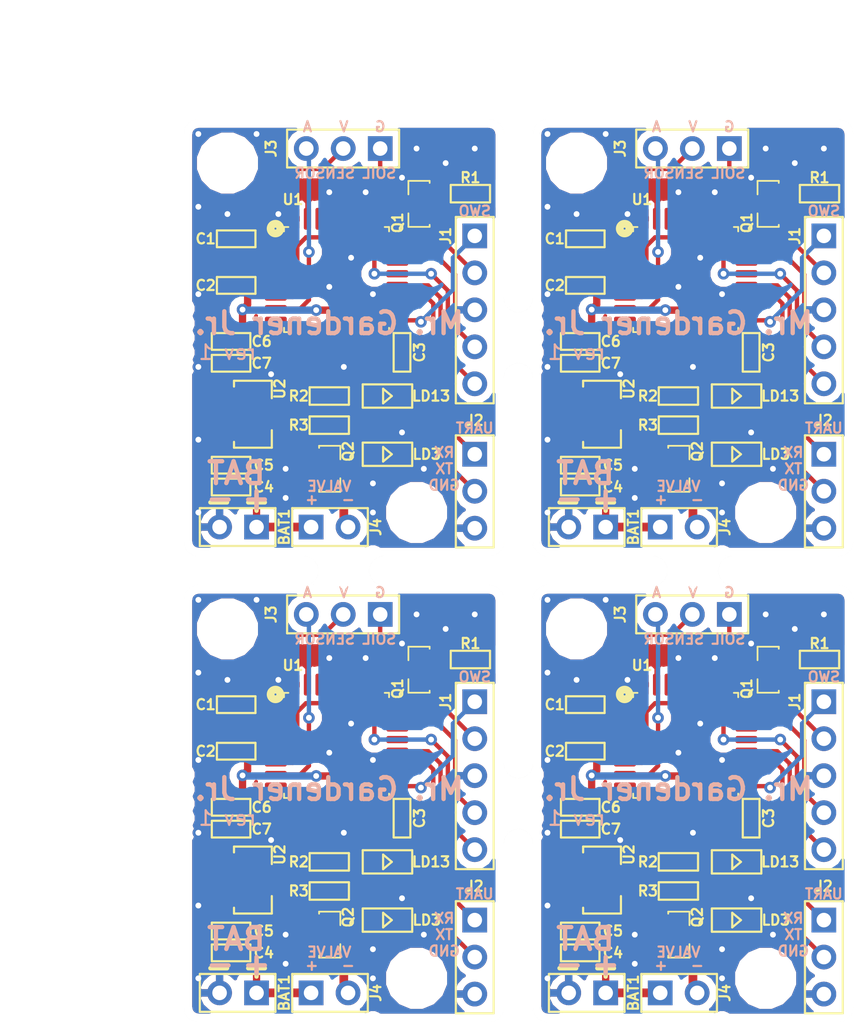
<source format=kicad_pcb>
(kicad_pcb (version 20171130) (host pcbnew 5.0.2-bee76a0~70~ubuntu18.04.1)
  (title_block (date 2019-04-06))
  (layers (0 F.Cu signal hide) (31 B.Cu signal hide) (34 B.Paste user hide) (35 F.Paste user hide) (36 B.SilkS user hide) (37 F.SilkS user hide) (38 B.Mask user hide) (39 F.Mask user hide) (44 Edge.Cuts user))
  (net 0 "")
  (module MRS_Passives:C0603 (layer F.Cu) (at 183.6 67.4 180)
    (fp_text reference C2 (at 2.1 0 180) (layer F.SilkS) (effects (font (size 0.7 0.7))))
    (fp_text value 0.1uF hide)
    (pad 1 smd roundrect (at -0.7875 0 180) (size 0.875 0.95) (layers F.Cu F.Paste F.Mask))
    (pad 2 smd roundrect (at 0.7875 0 180) (size 0.875 0.95) (layers F.Cu F.Paste F.Mask))
  )
  (module MRS_Connectors:Header_1x03_P2.54mm (layer F.Cu) (at 200 79)
    (fp_text reference J2 (at 0 -2.33) (layer F.SilkS) (effects (font (size 0.7 0.7))))
    (fp_text value Header_1x3 hide)
    (pad 1 thru_hole rect (at 0 0) (size 1.7 1.7) (drill 1) (layers *.Cu *.Mask))
    (pad 2 thru_hole oval (at 0 2.54) (size 1.7 1.7) (drill 1) (layers *.Cu *.Mask))
    (pad 3 thru_hole oval (at 0 5.08) (size 1.7 1.7) (drill 1) (layers *.Cu *.Mask))
  )
  (module MRS_Diodes:LED_0805 (layer F.Cu) (at 194 79 180)
    (fp_text reference LD3 (at -2.7 0 180) (layer F.SilkS) (effects (font (size 0.7 0.7))))
    (fp_text value ORANGE hide)
    (pad 1 smd rect (at -1.025 0 180) (size 1.15 1.4) (layers F.Cu F.Paste F.Mask))
    (pad 2 smd rect (at 1.025 0 180) (size 1.15 1.4) (layers F.Cu F.Paste F.Mask))
  )
  (module MRS_Diodes:LED_0805 (layer F.Cu) (at 218 79 180)
    (fp_text reference LD3 (at -2.7 0 180) (layer F.SilkS) (effects (font (size 0.7 0.7))))
    (fp_text value ORANGE hide)
    (pad 2 smd rect (at 1.025 0 180) (size 1.15 1.4) (layers F.Cu F.Paste F.Mask))
    (pad 1 smd rect (at -1.025 0 180) (size 1.15 1.4) (layers F.Cu F.Paste F.Mask))
  )
  (module MRS_Connectors:Header_1x02_P2.54mm (layer F.Cu) (at 209 84 270)
    (fp_text reference BAT1 (at 0 -1.9 270) (layer F.SilkS) (effects (font (size 0.7 0.7))))
    (fp_text value Battery hide)
    (pad 2 thru_hole oval (at 0 2.54 270) (size 1.7 1.7) (drill 1) (layers *.Cu *.Mask))
    (pad 1 thru_hole rect (at 0 0 270) (size 1.7 1.7) (drill 1) (layers *.Cu *.Mask))
  )
  (module MRS_Passives:R0603 (layer F.Cu) (at 223.7 61.1)
    (fp_text reference R1 (at 0 -1.1) (layer F.SilkS) (effects (font (size 0.7 0.7))))
    (fp_text value 10k hide)
    (pad 2 smd rect (at 0.7875 0) (size 0.875 0.95) (layers F.Cu F.Paste F.Mask))
    (pad 1 smd rect (at -0.7875 0) (size 0.875 0.95) (layers F.Cu F.Paste F.Mask))
  )
  (module MRS_Passives:C0603 (layer F.Cu) (at 183.25 81.25 180)
    (fp_text reference C4 (at -2.25 0 180) (layer F.SilkS) (effects (font (size 0.7 0.7))))
    (fp_text value 10uF hide)
    (pad 1 smd roundrect (at -0.7875 0 180) (size 0.875 0.95) (layers F.Cu F.Paste F.Mask))
    (pad 2 smd roundrect (at 0.7875 0 180) (size 0.875 0.95) (layers F.Cu F.Paste F.Mask))
  )
  (module MRS_Connectors:Header_1x02_P2.54mm (layer F.Cu) (at 185 84 270)
    (fp_text reference BAT1 (at 0 -1.9 270) (layer F.SilkS) (effects (font (size 0.7 0.7))))
    (fp_text value Battery hide)
    (pad 1 thru_hole rect (at 0 0 270) (size 1.7 1.7) (drill 1) (layers *.Cu *.Mask))
    (pad 2 thru_hole oval (at 0 2.54 270) (size 1.7 1.7) (drill 1) (layers *.Cu *.Mask))
  )
  (module MRS_Passives:C0603 (layer F.Cu) (at 207.6 64.2 180)
    (fp_text reference C1 (at 2.1 0 180) (layer F.SilkS) (effects (font (size 0.7 0.7))))
    (fp_text value 1uF hide)
    (pad 1 smd roundrect (at -0.7875 0 180) (size 0.875 0.95) (layers F.Cu F.Paste F.Mask))
    (pad 2 smd roundrect (at 0.7875 0 180) (size 0.875 0.95) (layers F.Cu F.Paste F.Mask))
  )
  (module MRS_Diodes:LED_0805 (layer F.Cu) (at 194 75 180)
    (fp_text reference LD13 (at -3 0 180) (layer F.SilkS) (effects (font (size 0.7 0.7))))
    (fp_text value RED hide)
    (pad 2 smd rect (at 1.025 0 180) (size 1.15 1.4) (layers F.Cu F.Paste F.Mask))
    (pad 1 smd rect (at -1.025 0 180) (size 1.15 1.4) (layers F.Cu F.Paste F.Mask))
  )
  (module MRS_SOT:SOT-23 (layer F.Cu) (at 190 80)
    (fp_text reference Q2 (at 1.3 -1.2 90) (layer F.SilkS) (effects (font (size 0.7 0.7))))
    (fp_text value 2N7002P.215 hide)
    (pad 3 smd rect (at 1 0) (size 0.9 0.8) (layers F.Cu F.Paste F.Mask))
    (pad 1 smd rect (at -1 -0.95) (size 0.9 0.8) (layers F.Cu F.Paste F.Mask))
    (pad 2 smd rect (at -1 0.95) (size 0.9 0.8) (layers F.Cu F.Paste F.Mask))
  )
  (module MRS_Connectors:Header_1x05_P2.54mm (layer F.Cu) (at 200 64)
    (fp_text reference J1 (at -2 0 90) (layer F.SilkS) (effects (font (size 0.7 0.7))))
    (fp_text value SWO)
    (pad 5 thru_hole oval (at 0 10.16) (size 1.7 1.7) (drill 1) (layers *.Cu *.Mask))
    (pad 4 thru_hole oval (at 0 7.62) (size 1.7 1.7) (drill 1) (layers *.Cu *.Mask))
    (pad 3 thru_hole oval (at 0 5.08) (size 1.7 1.7) (drill 1) (layers *.Cu *.Mask))
    (pad 2 thru_hole oval (at 0 2.54) (size 1.7 1.7) (drill 1) (layers *.Cu *.Mask))
    (pad 1 thru_hole rect (at 0 0) (size 1.7 1.7) (drill 1) (layers *.Cu *.Mask))
  )
  (module MRS_Connectors:Header_1x02_P2.54mm (layer F.Cu) (at 212.75 84 90)
    (fp_text reference J4 (at 0 4.45 90) (layer F.SilkS) (effects (font (size 0.7 0.7))))
    (fp_text value Header_1x2 hide)
    (pad 1 thru_hole rect (at 0 0 90) (size 1.7 1.7) (drill 1) (layers *.Cu *.Mask))
    (pad 2 thru_hole oval (at 0 2.54 90) (size 1.7 1.7) (drill 1) (layers *.Cu *.Mask))
  )
  (module MRS_Passives:C0603 (layer F.Cu) (at 207.25 79.75 180)
    (fp_text reference C5 (at -2.25 0 180) (layer F.SilkS) (effects (font (size 0.7 0.7))))
    (fp_text value 1uF hide)
    (pad 1 smd roundrect (at -0.7875 0 180) (size 0.875 0.95) (layers F.Cu F.Paste F.Mask))
    (pad 2 smd roundrect (at 0.7875 0 180) (size 0.875 0.95) (layers F.Cu F.Paste F.Mask))
  )
  (module MRS_QFP:LQFP-32_7x7mm_P0.8mm (layer F.Cu) (at 214.5 67)
    (fp_text reference U1 (at -3 -5.5) (layer F.SilkS) (effects (font (size 0.7 0.7))))
    (fp_text value STM32L031K6T6 hide)
    (pad 1 smd roundrect (at -4.175 -2.8) (size 1.5 0.5) (layers F.Cu F.Paste F.Mask))
    (pad 2 smd roundrect (at -4.175 -2) (size 1.5 0.5) (layers F.Cu F.Paste F.Mask))
    (pad 3 smd roundrect (at -4.175 -1.2) (size 1.5 0.5) (layers F.Cu F.Paste F.Mask))
    (pad 4 smd roundrect (at -4.175 -0.4) (size 1.5 0.5) (layers F.Cu F.Paste F.Mask))
    (pad 5 smd roundrect (at -4.175 0.4) (size 1.5 0.5) (layers F.Cu F.Paste F.Mask))
    (pad 6 smd roundrect (at -4.175 1.2) (size 1.5 0.5) (layers F.Cu F.Paste F.Mask))
    (pad 7 smd roundrect (at -4.175 2) (size 1.5 0.5) (layers F.Cu F.Paste F.Mask))
    (pad 8 smd roundrect (at -4.175 2.8) (size 1.5 0.5) (layers F.Cu F.Paste F.Mask))
    (pad 9 smd roundrect (at -2.8 4.175) (size 0.5 1.5) (layers F.Cu F.Paste F.Mask))
    (pad 10 smd roundrect (at -2 4.175) (size 0.5 1.5) (layers F.Cu F.Paste F.Mask))
    (pad 11 smd roundrect (at -1.2 4.175) (size 0.5 1.5) (layers F.Cu F.Paste F.Mask))
    (pad 12 smd roundrect (at -0.4 4.175) (size 0.5 1.5) (layers F.Cu F.Paste F.Mask))
    (pad 13 smd roundrect (at 0.4 4.175) (size 0.5 1.5) (layers F.Cu F.Paste F.Mask))
    (pad 14 smd roundrect (at 1.2 4.175) (size 0.5 1.5) (layers F.Cu F.Paste F.Mask))
    (pad 15 smd roundrect (at 2 4.175) (size 0.5 1.5) (layers F.Cu F.Paste F.Mask))
    (pad 16 smd roundrect (at 2.8 4.175) (size 0.5 1.5) (layers F.Cu F.Paste F.Mask))
    (pad 17 smd roundrect (at 4.175 2.8) (size 1.5 0.5) (layers F.Cu F.Paste F.Mask))
    (pad 18 smd roundrect (at 4.175 2) (size 1.5 0.5) (layers F.Cu F.Paste F.Mask))
    (pad 19 smd roundrect (at 4.175 1.2) (size 1.5 0.5) (layers F.Cu F.Paste F.Mask))
    (pad 20 smd roundrect (at 4.175 0.4) (size 1.5 0.5) (layers F.Cu F.Paste F.Mask))
    (pad 21 smd roundrect (at 4.175 -0.4) (size 1.5 0.5) (layers F.Cu F.Paste F.Mask))
    (pad 22 smd roundrect (at 4.175 -1.2) (size 1.5 0.5) (layers F.Cu F.Paste F.Mask))
    (pad 23 smd roundrect (at 4.175 -2) (size 1.5 0.5) (layers F.Cu F.Paste F.Mask))
    (pad 24 smd roundrect (at 4.175 -2.8) (size 1.5 0.5) (layers F.Cu F.Paste F.Mask))
    (pad 25 smd roundrect (at 2.8 -4.175) (size 0.5 1.5) (layers F.Cu F.Paste F.Mask))
    (pad 26 smd roundrect (at 2 -4.175) (size 0.5 1.5) (layers F.Cu F.Paste F.Mask))
    (pad 27 smd roundrect (at 1.2 -4.175) (size 0.5 1.5) (layers F.Cu F.Paste F.Mask))
    (pad 28 smd roundrect (at 0.4 -4.175) (size 0.5 1.5) (layers F.Cu F.Paste F.Mask))
    (pad 29 smd roundrect (at -0.4 -4.175) (size 0.5 1.5) (layers F.Cu F.Paste F.Mask))
    (pad 30 smd roundrect (at -1.2 -4.175) (size 0.5 1.5) (layers F.Cu F.Paste F.Mask))
    (pad 31 smd roundrect (at -2 -4.175) (size 0.5 1.5) (layers F.Cu F.Paste F.Mask))
    (pad 32 smd roundrect (at -2.8 -4.175) (size 0.5 1.5) (layers F.Cu F.Paste F.Mask))
  )
  (module MRS_SOT:SOT-23 (layer F.Cu) (at 214 80)
    (fp_text reference Q2 (at 1.3 -1.2 90) (layer F.SilkS) (effects (font (size 0.7 0.7))))
    (fp_text value 2N7002P.215 hide)
    (pad 2 smd rect (at -1 0.95) (size 0.9 0.8) (layers F.Cu F.Paste F.Mask))
    (pad 1 smd rect (at -1 -0.95) (size 0.9 0.8) (layers F.Cu F.Paste F.Mask))
    (pad 3 smd rect (at 1 0) (size 0.9 0.8) (layers F.Cu F.Paste F.Mask))
  )
  (module MRS_Connectors:Header_1x03_P2.54mm (layer F.Cu) (at 224 79)
    (fp_text reference J2 (at 0 -2.33) (layer F.SilkS) (effects (font (size 0.7 0.7))))
    (fp_text value Header_1x3 hide)
    (pad 3 thru_hole oval (at 0 5.08) (size 1.7 1.7) (drill 1) (layers *.Cu *.Mask))
    (pad 2 thru_hole oval (at 0 2.54) (size 1.7 1.7) (drill 1) (layers *.Cu *.Mask))
    (pad 1 thru_hole rect (at 0 0) (size 1.7 1.7) (drill 1) (layers *.Cu *.Mask))
  )
  (module MRS_SOT:SOT-23 (layer F.Cu) (at 220.2 61.8 180)
    (fp_text reference Q1 (at 1.5 -1.3 -90) (layer F.SilkS) (effects (font (size 0.7 0.7))))
    (fp_text value 2N7002P.215 hide)
    (pad 3 smd rect (at 1 0 180) (size 0.9 0.8) (layers F.Cu F.Paste F.Mask))
    (pad 1 smd rect (at -1 -0.95 180) (size 0.9 0.8) (layers F.Cu F.Paste F.Mask))
    (pad 2 smd rect (at -1 0.95 180) (size 0.9 0.8) (layers F.Cu F.Paste F.Mask))
  )
  (module MRS_SOT:SOT-23 (layer F.Cu) (at 196.2 61.8 180)
    (fp_text reference Q1 (at 1.5 -1.3 -90) (layer F.SilkS) (effects (font (size 0.7 0.7))))
    (fp_text value 2N7002P.215 hide)
    (pad 2 smd rect (at -1 0.95 180) (size 0.9 0.8) (layers F.Cu F.Paste F.Mask))
    (pad 1 smd rect (at -1 -0.95 180) (size 0.9 0.8) (layers F.Cu F.Paste F.Mask))
    (pad 3 smd rect (at 1 0 180) (size 0.9 0.8) (layers F.Cu F.Paste F.Mask))
  )
  (module MRS_SOT:SOT-89 (layer F.Cu) (at 184.75 76.25 270)
    (fp_text reference U2 (at -1.75 -1.85 90) (layer F.SilkS) (effects (font (size 0.7 0.7))))
    (fp_text value AP2204RB-3.3TRG1 hide)
    (pad 2 smd rect (at 0 -0.5 270) (size 1.85 3.2) (layers F.Cu F.Paste F.Mask))
    (pad 3 smd rect (at 1.5 2 270) (size 0.55 1.3) (layers F.Cu F.Paste F.Mask))
    (pad 2 smd rect (at 0 1.9 270) (size 0.8 1.6) (layers F.Cu F.Paste F.Mask))
    (pad 1 smd rect (at -1.5 2 270) (size 0.55 1.3) (layers F.Cu F.Paste F.Mask))
  )
  (module MRS_Passives:C0603 (layer F.Cu) (at 207.6 67.4 180)
    (fp_text reference C2 (at 2.1 0 180) (layer F.SilkS) (effects (font (size 0.7 0.7))))
    (fp_text value 0.1uF hide)
    (pad 2 smd roundrect (at 0.7875 0 180) (size 0.875 0.95) (layers F.Cu F.Paste F.Mask))
    (pad 1 smd roundrect (at -0.7875 0 180) (size 0.875 0.95) (layers F.Cu F.Paste F.Mask))
  )
  (module MRS_Passives:C0603 (layer F.Cu) (at 207.25 71.25 180)
    (fp_text reference C6 (at -2.1 0 180) (layer F.SilkS) (effects (font (size 0.7 0.7))))
    (fp_text value 10uF hide)
    (pad 1 smd roundrect (at -0.7875 0 180) (size 0.875 0.95) (layers F.Cu F.Paste F.Mask))
    (pad 2 smd roundrect (at 0.7875 0 180) (size 0.875 0.95) (layers F.Cu F.Paste F.Mask))
  )
  (module MRS_Passives:R0603 (layer F.Cu) (at 214 77)
    (fp_text reference R3 (at -2.1 0) (layer F.SilkS) (effects (font (size 0.7 0.7))))
    (fp_text value 1k hide)
    (pad 2 smd rect (at 0.7875 0) (size 0.875 0.95) (layers F.Cu F.Paste F.Mask))
    (pad 1 smd rect (at -0.7875 0) (size 0.875 0.95) (layers F.Cu F.Paste F.Mask))
  )
  (module MRS_Passives:C0603 (layer F.Cu) (at 183.25 72.75 180)
    (fp_text reference C7 (at -2.1 0 180) (layer F.SilkS) (effects (font (size 0.7 0.7))))
    (fp_text value 1uF hide)
    (pad 1 smd roundrect (at -0.7875 0 180) (size 0.875 0.95) (layers F.Cu F.Paste F.Mask))
    (pad 2 smd roundrect (at 0.7875 0 180) (size 0.875 0.95) (layers F.Cu F.Paste F.Mask))
  )
  (module MRS_Passives:C0603 (layer F.Cu) (at 183.25 71.25 180)
    (fp_text reference C6 (at -2.1 0 180) (layer F.SilkS) (effects (font (size 0.7 0.7))))
    (fp_text value 10uF hide)
    (pad 2 smd roundrect (at 0.7875 0 180) (size 0.875 0.95) (layers F.Cu F.Paste F.Mask))
    (pad 1 smd roundrect (at -0.7875 0 180) (size 0.875 0.95) (layers F.Cu F.Paste F.Mask))
  )
  (module MRS_Mechanical:Breakaway_tab_holes (layer F.Cu) (at 204 71 90)
    (fp_text reference H6 hide)
    (fp_text value Break_away_tab hide)
    (pad "" np_thru_hole circle (at 0 0 90) (size 0.5 0.5) (drill 0.5) (layers *.Cu *.Mask))
    (pad "" np_thru_hole circle (at 1 0 90) (size 0.5 0.5) (drill 0.5) (layers *.Cu *.Mask))
    (pad "" np_thru_hole circle (at 2 0 90) (size 0.5 0.5) (drill 0.5) (layers *.Cu *.Mask))
    (pad "" np_thru_hole circle (at -1 0 90) (size 0.5 0.5) (drill 0.5) (layers *.Cu *.Mask))
    (pad "" np_thru_hole circle (at -2 0 90) (size 0.5 0.5) (drill 0.5) (layers *.Cu *.Mask))
  )
  (module MRS_Passives:C0603 (layer F.Cu) (at 183.25 79.75 180)
    (fp_text reference C5 (at -2.25 0 180) (layer F.SilkS) (effects (font (size 0.7 0.7))))
    (fp_text value 1uF hide)
    (pad 2 smd roundrect (at 0.7875 0 180) (size 0.875 0.95) (layers F.Cu F.Paste F.Mask))
    (pad 1 smd roundrect (at -0.7875 0 180) (size 0.875 0.95) (layers F.Cu F.Paste F.Mask))
  )
  (module MRS_QFP:LQFP-32_7x7mm_P0.8mm (layer F.Cu) (at 190.5 67)
    (fp_text reference U1 (at -3 -5.5) (layer F.SilkS) (effects (font (size 0.7 0.7))))
    (fp_text value STM32L031K6T6 hide)
    (pad 32 smd roundrect (at -2.8 -4.175) (size 0.5 1.5) (layers F.Cu F.Paste F.Mask))
    (pad 31 smd roundrect (at -2 -4.175) (size 0.5 1.5) (layers F.Cu F.Paste F.Mask))
    (pad 30 smd roundrect (at -1.2 -4.175) (size 0.5 1.5) (layers F.Cu F.Paste F.Mask))
    (pad 29 smd roundrect (at -0.4 -4.175) (size 0.5 1.5) (layers F.Cu F.Paste F.Mask))
    (pad 28 smd roundrect (at 0.4 -4.175) (size 0.5 1.5) (layers F.Cu F.Paste F.Mask))
    (pad 27 smd roundrect (at 1.2 -4.175) (size 0.5 1.5) (layers F.Cu F.Paste F.Mask))
    (pad 26 smd roundrect (at 2 -4.175) (size 0.5 1.5) (layers F.Cu F.Paste F.Mask))
    (pad 25 smd roundrect (at 2.8 -4.175) (size 0.5 1.5) (layers F.Cu F.Paste F.Mask))
    (pad 24 smd roundrect (at 4.175 -2.8) (size 1.5 0.5) (layers F.Cu F.Paste F.Mask))
    (pad 23 smd roundrect (at 4.175 -2) (size 1.5 0.5) (layers F.Cu F.Paste F.Mask))
    (pad 22 smd roundrect (at 4.175 -1.2) (size 1.5 0.5) (layers F.Cu F.Paste F.Mask))
    (pad 21 smd roundrect (at 4.175 -0.4) (size 1.5 0.5) (layers F.Cu F.Paste F.Mask))
    (pad 20 smd roundrect (at 4.175 0.4) (size 1.5 0.5) (layers F.Cu F.Paste F.Mask))
    (pad 19 smd roundrect (at 4.175 1.2) (size 1.5 0.5) (layers F.Cu F.Paste F.Mask))
    (pad 18 smd roundrect (at 4.175 2) (size 1.5 0.5) (layers F.Cu F.Paste F.Mask))
    (pad 17 smd roundrect (at 4.175 2.8) (size 1.5 0.5) (layers F.Cu F.Paste F.Mask))
    (pad 16 smd roundrect (at 2.8 4.175) (size 0.5 1.5) (layers F.Cu F.Paste F.Mask))
    (pad 15 smd roundrect (at 2 4.175) (size 0.5 1.5) (layers F.Cu F.Paste F.Mask))
    (pad 14 smd roundrect (at 1.2 4.175) (size 0.5 1.5) (layers F.Cu F.Paste F.Mask))
    (pad 13 smd roundrect (at 0.4 4.175) (size 0.5 1.5) (layers F.Cu F.Paste F.Mask))
    (pad 12 smd roundrect (at -0.4 4.175) (size 0.5 1.5) (layers F.Cu F.Paste F.Mask))
    (pad 11 smd roundrect (at -1.2 4.175) (size 0.5 1.5) (layers F.Cu F.Paste F.Mask))
    (pad 10 smd roundrect (at -2 4.175) (size 0.5 1.5) (layers F.Cu F.Paste F.Mask))
    (pad 9 smd roundrect (at -2.8 4.175) (size 0.5 1.5) (layers F.Cu F.Paste F.Mask))
    (pad 8 smd roundrect (at -4.175 2.8) (size 1.5 0.5) (layers F.Cu F.Paste F.Mask))
    (pad 7 smd roundrect (at -4.175 2) (size 1.5 0.5) (layers F.Cu F.Paste F.Mask))
    (pad 6 smd roundrect (at -4.175 1.2) (size 1.5 0.5) (layers F.Cu F.Paste F.Mask))
    (pad 5 smd roundrect (at -4.175 0.4) (size 1.5 0.5) (layers F.Cu F.Paste F.Mask))
    (pad 4 smd roundrect (at -4.175 -0.4) (size 1.5 0.5) (layers F.Cu F.Paste F.Mask))
    (pad 3 smd roundrect (at -4.175 -1.2) (size 1.5 0.5) (layers F.Cu F.Paste F.Mask))
    (pad 2 smd roundrect (at -4.175 -2) (size 1.5 0.5) (layers F.Cu F.Paste F.Mask))
    (pad 1 smd roundrect (at -4.175 -2.8) (size 1.5 0.5) (layers F.Cu F.Paste F.Mask))
  )
  (module MRS_Mechanical:Mounting_hole_unplated_3,2mm (layer F.Cu) (at 183 59)
    (fp_text reference H1 hide)
    (fp_text value Mounting_hole_unplated_3,2mm hide)
    (pad "" np_thru_hole circle (at 0 0) (size 3.2 3.2) (drill 3.2) (layers *.Cu *.Mask))
  )
  (module MRS_Mechanical:Mounting_hole_unplated_3,2mm (layer F.Cu) (at 196 83)
    (fp_text reference H2 hide)
    (fp_text value Mounting_hole_unplated_3,2mm hide)
    (pad "" np_thru_hole circle (at 0 0) (size 3.2 3.2) (drill 3.2) (layers *.Cu *.Mask))
  )
  (module MRS_Connectors:Header_1x03_P2.54mm (layer F.Cu) (at 193.5 58 270)
    (fp_text reference J3 (at 0 7.5 270) (layer F.SilkS) (effects (font (size 0.7 0.7))))
    (fp_text value Header_1x3 hide)
    (pad 3 thru_hole oval (at 0 5.08 270) (size 1.7 1.7) (drill 1) (layers *.Cu *.Mask))
    (pad 2 thru_hole oval (at 0 2.54 270) (size 1.7 1.7) (drill 1) (layers *.Cu *.Mask))
    (pad 1 thru_hole rect (at 0 0 270) (size 1.7 1.7) (drill 1) (layers *.Cu *.Mask))
  )
  (module MRS_Mechanical:Mounting_hole_unplated_3,2mm (layer F.Cu) (at 220 83)
    (fp_text reference H2 hide)
    (fp_text value Mounting_hole_unplated_3,2mm hide)
    (pad "" np_thru_hole circle (at 0 0) (size 3.2 3.2) (drill 3.2) (layers *.Cu *.Mask))
  )
  (module MRS_Passives:C0603 (layer F.Cu) (at 183.6 64.2 180)
    (fp_text reference C1 (at 2.1 0 180) (layer F.SilkS) (effects (font (size 0.7 0.7))))
    (fp_text value 1uF hide)
    (pad 2 smd roundrect (at 0.7875 0 180) (size 0.875 0.95) (layers F.Cu F.Paste F.Mask))
    (pad 1 smd roundrect (at -0.7875 0 180) (size 0.875 0.95) (layers F.Cu F.Paste F.Mask))
  )
  (module MRS_Mechanical:Mounting_hole_unplated_3,2mm (layer F.Cu) (at 207 59)
    (fp_text reference H1 hide)
    (fp_text value Mounting_hole_unplated_3,2mm hide)
    (pad "" np_thru_hole circle (at 0 0) (size 3.2 3.2) (drill 3.2) (layers *.Cu *.Mask))
  )
  (module MRS_Passives:R0603 (layer F.Cu) (at 190 77)
    (fp_text reference R3 (at -2.1 0) (layer F.SilkS) (effects (font (size 0.7 0.7))))
    (fp_text value 1k hide)
    (pad 1 smd rect (at -0.7875 0) (size 0.875 0.95) (layers F.Cu F.Paste F.Mask))
    (pad 2 smd rect (at 0.7875 0) (size 0.875 0.95) (layers F.Cu F.Paste F.Mask))
  )
  (module MRS_SOT:SOT-89 (layer F.Cu) (at 208.75 76.25 270)
    (fp_text reference U2 (at -1.75 -1.85 90) (layer F.SilkS) (effects (font (size 0.7 0.7))))
    (fp_text value AP2204RB-3.3TRG1 hide)
    (pad 1 smd rect (at -1.5 2 270) (size 0.55 1.3) (layers F.Cu F.Paste F.Mask))
    (pad 2 smd rect (at 0 1.9 270) (size 0.8 1.6) (layers F.Cu F.Paste F.Mask))
    (pad 3 smd rect (at 1.5 2 270) (size 0.55 1.3) (layers F.Cu F.Paste F.Mask))
    (pad 2 smd rect (at 0 -0.5 270) (size 1.85 3.2) (layers F.Cu F.Paste F.Mask))
  )
  (module MRS_Connectors:Header_1x03_P2.54mm (layer F.Cu) (at 217.5 58 270)
    (fp_text reference J3 (at 0 7.5 270) (layer F.SilkS) (effects (font (size 0.7 0.7))))
    (fp_text value Header_1x3 hide)
    (pad 1 thru_hole rect (at 0 0 270) (size 1.7 1.7) (drill 1) (layers *.Cu *.Mask))
    (pad 2 thru_hole oval (at 0 2.54 270) (size 1.7 1.7) (drill 1) (layers *.Cu *.Mask))
    (pad 3 thru_hole oval (at 0 5.08 270) (size 1.7 1.7) (drill 1) (layers *.Cu *.Mask))
  )
  (module MRS_Passives:C0603 (layer F.Cu) (at 219 72 270)
    (fp_text reference C3 (at 0 -1.2 270) (layer F.SilkS) (effects (font (size 0.7 0.7))))
    (fp_text value 0.1uF hide)
    (pad 1 smd roundrect (at -0.7875 0 270) (size 0.875 0.95) (layers F.Cu F.Paste F.Mask))
    (pad 2 smd roundrect (at 0.7875 0 270) (size 0.875 0.95) (layers F.Cu F.Paste F.Mask))
  )
  (module MRS_Passives:C0603 (layer F.Cu) (at 207.25 72.75 180)
    (fp_text reference C7 (at -2.1 0 180) (layer F.SilkS) (effects (font (size 0.7 0.7))))
    (fp_text value 1uF hide)
    (pad 2 smd roundrect (at 0.7875 0 180) (size 0.875 0.95) (layers F.Cu F.Paste F.Mask))
    (pad 1 smd roundrect (at -0.7875 0 180) (size 0.875 0.95) (layers F.Cu F.Paste F.Mask))
  )
  (module MRS_Connectors:Header_1x05_P2.54mm (layer F.Cu) (at 224 64)
    (fp_text reference J1 (at -2 0 90) (layer F.SilkS) (effects (font (size 0.7 0.7))))
    (fp_text value SWO)
    (pad 1 thru_hole rect (at 0 0) (size 1.7 1.7) (drill 1) (layers *.Cu *.Mask))
    (pad 2 thru_hole oval (at 0 2.54) (size 1.7 1.7) (drill 1) (layers *.Cu *.Mask))
    (pad 3 thru_hole oval (at 0 5.08) (size 1.7 1.7) (drill 1) (layers *.Cu *.Mask))
    (pad 4 thru_hole oval (at 0 7.62) (size 1.7 1.7) (drill 1) (layers *.Cu *.Mask))
    (pad 5 thru_hole oval (at 0 10.16) (size 1.7 1.7) (drill 1) (layers *.Cu *.Mask))
  )
  (module MRS_Connectors:Header_1x02_P2.54mm (layer F.Cu) (at 188.75 84 90)
    (fp_text reference J4 (at 0 4.45 90) (layer F.SilkS) (effects (font (size 0.7 0.7))))
    (fp_text value Header_1x2 hide)
    (pad 2 thru_hole oval (at 0 2.54 90) (size 1.7 1.7) (drill 1) (layers *.Cu *.Mask))
    (pad 1 thru_hole rect (at 0 0 90) (size 1.7 1.7) (drill 1) (layers *.Cu *.Mask))
  )
  (module MRS_Passives:R0603 (layer F.Cu) (at 199.7 61.1)
    (fp_text reference R1 (at 0 -1.1) (layer F.SilkS) (effects (font (size 0.7 0.7))))
    (fp_text value 10k hide)
    (pad 1 smd rect (at -0.7875 0) (size 0.875 0.95) (layers F.Cu F.Paste F.Mask))
    (pad 2 smd rect (at 0.7875 0) (size 0.875 0.95) (layers F.Cu F.Paste F.Mask))
  )
  (module MRS_Mechanical:Breakaway_tab_holes (layer F.Cu) (at 202 71 90)
    (fp_text reference H5 hide)
    (fp_text value Break_away_tab hide)
    (pad "" np_thru_hole circle (at 0 0 90) (size 0.5 0.5) (drill 0.5) (layers *.Cu *.Mask))
    (pad "" np_thru_hole circle (at 1 0 90) (size 0.5 0.5) (drill 0.5) (layers *.Cu *.Mask))
    (pad "" np_thru_hole circle (at 2 0 90) (size 0.5 0.5) (drill 0.5) (layers *.Cu *.Mask))
    (pad "" np_thru_hole circle (at -1 0 90) (size 0.5 0.5) (drill 0.5) (layers *.Cu *.Mask))
    (pad "" np_thru_hole circle (at -2 0 90) (size 0.5 0.5) (drill 0.5) (layers *.Cu *.Mask))
  )
  (module MRS_Mechanical:Breakaway_tab_holes (layer F.Cu) (at 215 86)
    (fp_text reference H4 hide)
    (fp_text value Break_away_tab hide)
    (pad "" np_thru_hole circle (at 0 0) (size 0.5 0.5) (drill 0.5) (layers *.Cu *.Mask))
    (pad "" np_thru_hole circle (at 1 0) (size 0.5 0.5) (drill 0.5) (layers *.Cu *.Mask))
    (pad "" np_thru_hole circle (at 2 0) (size 0.5 0.5) (drill 0.5) (layers *.Cu *.Mask))
    (pad "" np_thru_hole circle (at -1 0) (size 0.5 0.5) (drill 0.5) (layers *.Cu *.Mask))
    (pad "" np_thru_hole circle (at -2 0) (size 0.5 0.5) (drill 0.5) (layers *.Cu *.Mask))
  )
  (module MRS_Passives:R0603 (layer F.Cu) (at 214 75)
    (fp_text reference R2 (at -2.1 0) (layer F.SilkS) (effects (font (size 0.7 0.7))))
    (fp_text value 1k hide)
    (pad 1 smd rect (at -0.7875 0) (size 0.875 0.95) (layers F.Cu F.Paste F.Mask))
    (pad 2 smd rect (at 0.7875 0) (size 0.875 0.95) (layers F.Cu F.Paste F.Mask))
  )
  (module MRS_Mechanical:Breakaway_tab_holes (layer F.Cu) (at 191 86)
    (fp_text reference H4 hide)
    (fp_text value Break_away_tab hide)
    (pad "" np_thru_hole circle (at -2 0) (size 0.5 0.5) (drill 0.5) (layers *.Cu *.Mask))
    (pad "" np_thru_hole circle (at -1 0) (size 0.5 0.5) (drill 0.5) (layers *.Cu *.Mask))
    (pad "" np_thru_hole circle (at 2 0) (size 0.5 0.5) (drill 0.5) (layers *.Cu *.Mask))
    (pad "" np_thru_hole circle (at 1 0) (size 0.5 0.5) (drill 0.5) (layers *.Cu *.Mask))
    (pad "" np_thru_hole circle (at 0 0) (size 0.5 0.5) (drill 0.5) (layers *.Cu *.Mask))
  )
  (module MRS_Passives:R0603 (layer F.Cu) (at 190 75)
    (fp_text reference R2 (at -2.1 0) (layer F.SilkS) (effects (font (size 0.7 0.7))))
    (fp_text value 1k hide)
    (pad 2 smd rect (at 0.7875 0) (size 0.875 0.95) (layers F.Cu F.Paste F.Mask))
    (pad 1 smd rect (at -0.7875 0) (size 0.875 0.95) (layers F.Cu F.Paste F.Mask))
  )
  (module MRS_Passives:C0603 (layer F.Cu) (at 207.25 81.25 180)
    (fp_text reference C4 (at -2.25 0 180) (layer F.SilkS) (effects (font (size 0.7 0.7))))
    (fp_text value 10uF hide)
    (pad 2 smd roundrect (at 0.7875 0 180) (size 0.875 0.95) (layers F.Cu F.Paste F.Mask))
    (pad 1 smd roundrect (at -0.7875 0 180) (size 0.875 0.95) (layers F.Cu F.Paste F.Mask))
  )
  (module MRS_Passives:C0603 (layer F.Cu) (at 195 72 270)
    (fp_text reference C3 (at 0 -1.2 270) (layer F.SilkS) (effects (font (size 0.7 0.7))))
    (fp_text value 0.1uF hide)
    (pad 2 smd roundrect (at 0.7875 0 270) (size 0.875 0.95) (layers F.Cu F.Paste F.Mask))
    (pad 1 smd roundrect (at -0.7875 0 270) (size 0.875 0.95) (layers F.Cu F.Paste F.Mask))
  )
  (module MRS_Diodes:LED_0805 (layer F.Cu) (at 218 75 180)
    (fp_text reference LD13 (at -3 0 180) (layer F.SilkS) (effects (font (size 0.7 0.7))))
    (fp_text value RED hide)
    (pad 1 smd rect (at -1.025 0 180) (size 1.15 1.4) (layers F.Cu F.Paste F.Mask))
    (pad 2 smd rect (at 1.025 0 180) (size 1.15 1.4) (layers F.Cu F.Paste F.Mask))
  )
  (module MRS_Passives:C0603 (layer F.Cu) (at 183.6 99.4 180)
    (fp_text reference C2 (at 2.1 0 180) (layer F.SilkS) (effects (font (size 0.7 0.7))))
    (fp_text value 0.1uF hide)
    (pad 1 smd roundrect (at -0.7875 0 180) (size 0.875 0.95) (layers F.Cu F.Paste F.Mask))
    (pad 2 smd roundrect (at 0.7875 0 180) (size 0.875 0.95) (layers F.Cu F.Paste F.Mask))
  )
  (module MRS_Connectors:Header_1x03_P2.54mm (layer F.Cu) (at 200 111)
    (fp_text reference J2 (at 0 -2.33) (layer F.SilkS) (effects (font (size 0.7 0.7))))
    (fp_text value Header_1x3 hide)
    (pad 1 thru_hole rect (at 0 0) (size 1.7 1.7) (drill 1) (layers *.Cu *.Mask))
    (pad 2 thru_hole oval (at 0 2.54) (size 1.7 1.7) (drill 1) (layers *.Cu *.Mask))
    (pad 3 thru_hole oval (at 0 5.08) (size 1.7 1.7) (drill 1) (layers *.Cu *.Mask))
  )
  (module MRS_Diodes:LED_0805 (layer F.Cu) (at 194 111 180)
    (fp_text reference LD3 (at -2.7 0 180) (layer F.SilkS) (effects (font (size 0.7 0.7))))
    (fp_text value ORANGE hide)
    (pad 1 smd rect (at -1.025 0 180) (size 1.15 1.4) (layers F.Cu F.Paste F.Mask))
    (pad 2 smd rect (at 1.025 0 180) (size 1.15 1.4) (layers F.Cu F.Paste F.Mask))
  )
  (module MRS_Diodes:LED_0805 (layer F.Cu) (at 218 111 180)
    (fp_text reference LD3 (at -2.7 0 180) (layer F.SilkS) (effects (font (size 0.7 0.7))))
    (fp_text value ORANGE hide)
    (pad 2 smd rect (at 1.025 0 180) (size 1.15 1.4) (layers F.Cu F.Paste F.Mask))
    (pad 1 smd rect (at -1.025 0 180) (size 1.15 1.4) (layers F.Cu F.Paste F.Mask))
  )
  (module MRS_Connectors:Header_1x02_P2.54mm (layer F.Cu) (at 209 116 270)
    (fp_text reference BAT1 (at 0 -1.9 270) (layer F.SilkS) (effects (font (size 0.7 0.7))))
    (fp_text value Battery hide)
    (pad 2 thru_hole oval (at 0 2.54 270) (size 1.7 1.7) (drill 1) (layers *.Cu *.Mask))
    (pad 1 thru_hole rect (at 0 0 270) (size 1.7 1.7) (drill 1) (layers *.Cu *.Mask))
  )
  (module MRS_Passives:R0603 (layer F.Cu) (at 223.7 93.1)
    (fp_text reference R1 (at 0 -1.1) (layer F.SilkS) (effects (font (size 0.7 0.7))))
    (fp_text value 10k hide)
    (pad 2 smd rect (at 0.7875 0) (size 0.875 0.95) (layers F.Cu F.Paste F.Mask))
    (pad 1 smd rect (at -0.7875 0) (size 0.875 0.95) (layers F.Cu F.Paste F.Mask))
  )
  (module MRS_Passives:C0603 (layer F.Cu) (at 183.25 113.25 180)
    (fp_text reference C4 (at -2.25 0 180) (layer F.SilkS) (effects (font (size 0.7 0.7))))
    (fp_text value 10uF hide)
    (pad 1 smd roundrect (at -0.7875 0 180) (size 0.875 0.95) (layers F.Cu F.Paste F.Mask))
    (pad 2 smd roundrect (at 0.7875 0 180) (size 0.875 0.95) (layers F.Cu F.Paste F.Mask))
  )
  (module MRS_Connectors:Header_1x02_P2.54mm (layer F.Cu) (at 185 116 270)
    (fp_text reference BAT1 (at 0 -1.9 270) (layer F.SilkS) (effects (font (size 0.7 0.7))))
    (fp_text value Battery hide)
    (pad 1 thru_hole rect (at 0 0 270) (size 1.7 1.7) (drill 1) (layers *.Cu *.Mask))
    (pad 2 thru_hole oval (at 0 2.54 270) (size 1.7 1.7) (drill 1) (layers *.Cu *.Mask))
  )
  (module MRS_Passives:C0603 (layer F.Cu) (at 207.6 96.2 180)
    (fp_text reference C1 (at 2.1 0 180) (layer F.SilkS) (effects (font (size 0.7 0.7))))
    (fp_text value 1uF hide)
    (pad 1 smd roundrect (at -0.7875 0 180) (size 0.875 0.95) (layers F.Cu F.Paste F.Mask))
    (pad 2 smd roundrect (at 0.7875 0 180) (size 0.875 0.95) (layers F.Cu F.Paste F.Mask))
  )
  (module MRS_Diodes:LED_0805 (layer F.Cu) (at 194 107 180)
    (fp_text reference LD13 (at -3 0 180) (layer F.SilkS) (effects (font (size 0.7 0.7))))
    (fp_text value RED hide)
    (pad 2 smd rect (at 1.025 0 180) (size 1.15 1.4) (layers F.Cu F.Paste F.Mask))
    (pad 1 smd rect (at -1.025 0 180) (size 1.15 1.4) (layers F.Cu F.Paste F.Mask))
  )
  (module MRS_SOT:SOT-23 (layer F.Cu) (at 190 112)
    (fp_text reference Q2 (at 1.3 -1.2 90) (layer F.SilkS) (effects (font (size 0.7 0.7))))
    (fp_text value 2N7002P.215 hide)
    (pad 3 smd rect (at 1 0) (size 0.9 0.8) (layers F.Cu F.Paste F.Mask))
    (pad 1 smd rect (at -1 -0.95) (size 0.9 0.8) (layers F.Cu F.Paste F.Mask))
    (pad 2 smd rect (at -1 0.95) (size 0.9 0.8) (layers F.Cu F.Paste F.Mask))
  )
  (module MRS_Connectors:Header_1x05_P2.54mm (layer F.Cu) (at 200 96)
    (fp_text reference J1 (at -2 0 90) (layer F.SilkS) (effects (font (size 0.7 0.7))))
    (fp_text value SWO)
    (pad 5 thru_hole oval (at 0 10.16) (size 1.7 1.7) (drill 1) (layers *.Cu *.Mask))
    (pad 4 thru_hole oval (at 0 7.62) (size 1.7 1.7) (drill 1) (layers *.Cu *.Mask))
    (pad 3 thru_hole oval (at 0 5.08) (size 1.7 1.7) (drill 1) (layers *.Cu *.Mask))
    (pad 2 thru_hole oval (at 0 2.54) (size 1.7 1.7) (drill 1) (layers *.Cu *.Mask))
    (pad 1 thru_hole rect (at 0 0) (size 1.7 1.7) (drill 1) (layers *.Cu *.Mask))
  )
  (module MRS_Connectors:Header_1x02_P2.54mm (layer F.Cu) (at 212.75 116 90)
    (fp_text reference J4 (at 0 4.45 90) (layer F.SilkS) (effects (font (size 0.7 0.7))))
    (fp_text value Header_1x2 hide)
    (pad 1 thru_hole rect (at 0 0 90) (size 1.7 1.7) (drill 1) (layers *.Cu *.Mask))
    (pad 2 thru_hole oval (at 0 2.54 90) (size 1.7 1.7) (drill 1) (layers *.Cu *.Mask))
  )
  (module MRS_Passives:C0603 (layer F.Cu) (at 207.25 111.75 180)
    (fp_text reference C5 (at -2.25 0 180) (layer F.SilkS) (effects (font (size 0.7 0.7))))
    (fp_text value 1uF hide)
    (pad 1 smd roundrect (at -0.7875 0 180) (size 0.875 0.95) (layers F.Cu F.Paste F.Mask))
    (pad 2 smd roundrect (at 0.7875 0 180) (size 0.875 0.95) (layers F.Cu F.Paste F.Mask))
  )
  (module MRS_QFP:LQFP-32_7x7mm_P0.8mm (layer F.Cu) (at 214.5 99)
    (fp_text reference U1 (at -3 -5.5) (layer F.SilkS) (effects (font (size 0.7 0.7))))
    (fp_text value STM32L031K6T6 hide)
    (pad 1 smd roundrect (at -4.175 -2.8) (size 1.5 0.5) (layers F.Cu F.Paste F.Mask))
    (pad 2 smd roundrect (at -4.175 -2) (size 1.5 0.5) (layers F.Cu F.Paste F.Mask))
    (pad 3 smd roundrect (at -4.175 -1.2) (size 1.5 0.5) (layers F.Cu F.Paste F.Mask))
    (pad 4 smd roundrect (at -4.175 -0.4) (size 1.5 0.5) (layers F.Cu F.Paste F.Mask))
    (pad 5 smd roundrect (at -4.175 0.4) (size 1.5 0.5) (layers F.Cu F.Paste F.Mask))
    (pad 6 smd roundrect (at -4.175 1.2) (size 1.5 0.5) (layers F.Cu F.Paste F.Mask))
    (pad 7 smd roundrect (at -4.175 2) (size 1.5 0.5) (layers F.Cu F.Paste F.Mask))
    (pad 8 smd roundrect (at -4.175 2.8) (size 1.5 0.5) (layers F.Cu F.Paste F.Mask))
    (pad 9 smd roundrect (at -2.8 4.175) (size 0.5 1.5) (layers F.Cu F.Paste F.Mask))
    (pad 10 smd roundrect (at -2 4.175) (size 0.5 1.5) (layers F.Cu F.Paste F.Mask))
    (pad 11 smd roundrect (at -1.2 4.175) (size 0.5 1.5) (layers F.Cu F.Paste F.Mask))
    (pad 12 smd roundrect (at -0.4 4.175) (size 0.5 1.5) (layers F.Cu F.Paste F.Mask))
    (pad 13 smd roundrect (at 0.4 4.175) (size 0.5 1.5) (layers F.Cu F.Paste F.Mask))
    (pad 14 smd roundrect (at 1.2 4.175) (size 0.5 1.5) (layers F.Cu F.Paste F.Mask))
    (pad 15 smd roundrect (at 2 4.175) (size 0.5 1.5) (layers F.Cu F.Paste F.Mask))
    (pad 16 smd roundrect (at 2.8 4.175) (size 0.5 1.5) (layers F.Cu F.Paste F.Mask))
    (pad 17 smd roundrect (at 4.175 2.8) (size 1.5 0.5) (layers F.Cu F.Paste F.Mask))
    (pad 18 smd roundrect (at 4.175 2) (size 1.5 0.5) (layers F.Cu F.Paste F.Mask))
    (pad 19 smd roundrect (at 4.175 1.2) (size 1.5 0.5) (layers F.Cu F.Paste F.Mask))
    (pad 20 smd roundrect (at 4.175 0.4) (size 1.5 0.5) (layers F.Cu F.Paste F.Mask))
    (pad 21 smd roundrect (at 4.175 -0.4) (size 1.5 0.5) (layers F.Cu F.Paste F.Mask))
    (pad 22 smd roundrect (at 4.175 -1.2) (size 1.5 0.5) (layers F.Cu F.Paste F.Mask))
    (pad 23 smd roundrect (at 4.175 -2) (size 1.5 0.5) (layers F.Cu F.Paste F.Mask))
    (pad 24 smd roundrect (at 4.175 -2.8) (size 1.5 0.5) (layers F.Cu F.Paste F.Mask))
    (pad 25 smd roundrect (at 2.8 -4.175) (size 0.5 1.5) (layers F.Cu F.Paste F.Mask))
    (pad 26 smd roundrect (at 2 -4.175) (size 0.5 1.5) (layers F.Cu F.Paste F.Mask))
    (pad 27 smd roundrect (at 1.2 -4.175) (size 0.5 1.5) (layers F.Cu F.Paste F.Mask))
    (pad 28 smd roundrect (at 0.4 -4.175) (size 0.5 1.5) (layers F.Cu F.Paste F.Mask))
    (pad 29 smd roundrect (at -0.4 -4.175) (size 0.5 1.5) (layers F.Cu F.Paste F.Mask))
    (pad 30 smd roundrect (at -1.2 -4.175) (size 0.5 1.5) (layers F.Cu F.Paste F.Mask))
    (pad 31 smd roundrect (at -2 -4.175) (size 0.5 1.5) (layers F.Cu F.Paste F.Mask))
    (pad 32 smd roundrect (at -2.8 -4.175) (size 0.5 1.5) (layers F.Cu F.Paste F.Mask))
  )
  (module MRS_SOT:SOT-23 (layer F.Cu) (at 214 112)
    (fp_text reference Q2 (at 1.3 -1.2 90) (layer F.SilkS) (effects (font (size 0.7 0.7))))
    (fp_text value 2N7002P.215 hide)
    (pad 2 smd rect (at -1 0.95) (size 0.9 0.8) (layers F.Cu F.Paste F.Mask))
    (pad 1 smd rect (at -1 -0.95) (size 0.9 0.8) (layers F.Cu F.Paste F.Mask))
    (pad 3 smd rect (at 1 0) (size 0.9 0.8) (layers F.Cu F.Paste F.Mask))
  )
  (module MRS_Connectors:Header_1x03_P2.54mm (layer F.Cu) (at 224 111)
    (fp_text reference J2 (at 0 -2.33) (layer F.SilkS) (effects (font (size 0.7 0.7))))
    (fp_text value Header_1x3 hide)
    (pad 3 thru_hole oval (at 0 5.08) (size 1.7 1.7) (drill 1) (layers *.Cu *.Mask))
    (pad 2 thru_hole oval (at 0 2.54) (size 1.7 1.7) (drill 1) (layers *.Cu *.Mask))
    (pad 1 thru_hole rect (at 0 0) (size 1.7 1.7) (drill 1) (layers *.Cu *.Mask))
  )
  (module MRS_SOT:SOT-23 (layer F.Cu) (at 220.2 93.8 180)
    (fp_text reference Q1 (at 1.5 -1.3 -90) (layer F.SilkS) (effects (font (size 0.7 0.7))))
    (fp_text value 2N7002P.215 hide)
    (pad 3 smd rect (at 1 0 180) (size 0.9 0.8) (layers F.Cu F.Paste F.Mask))
    (pad 1 smd rect (at -1 -0.95 180) (size 0.9 0.8) (layers F.Cu F.Paste F.Mask))
    (pad 2 smd rect (at -1 0.95 180) (size 0.9 0.8) (layers F.Cu F.Paste F.Mask))
  )
  (module MRS_SOT:SOT-23 (layer F.Cu) (at 196.2 93.8 180)
    (fp_text reference Q1 (at 1.5 -1.3 -90) (layer F.SilkS) (effects (font (size 0.7 0.7))))
    (fp_text value 2N7002P.215 hide)
    (pad 2 smd rect (at -1 0.95 180) (size 0.9 0.8) (layers F.Cu F.Paste F.Mask))
    (pad 1 smd rect (at -1 -0.95 180) (size 0.9 0.8) (layers F.Cu F.Paste F.Mask))
    (pad 3 smd rect (at 1 0 180) (size 0.9 0.8) (layers F.Cu F.Paste F.Mask))
  )
  (module MRS_SOT:SOT-89 (layer F.Cu) (at 184.75 108.25 270)
    (fp_text reference U2 (at -1.75 -1.85 90) (layer F.SilkS) (effects (font (size 0.7 0.7))))
    (fp_text value AP2204RB-3.3TRG1 hide)
    (pad 2 smd rect (at 0 -0.5 270) (size 1.85 3.2) (layers F.Cu F.Paste F.Mask))
    (pad 3 smd rect (at 1.5 2 270) (size 0.55 1.3) (layers F.Cu F.Paste F.Mask))
    (pad 2 smd rect (at 0 1.9 270) (size 0.8 1.6) (layers F.Cu F.Paste F.Mask))
    (pad 1 smd rect (at -1.5 2 270) (size 0.55 1.3) (layers F.Cu F.Paste F.Mask))
  )
  (module MRS_Passives:C0603 (layer F.Cu) (at 207.6 99.4 180)
    (fp_text reference C2 (at 2.1 0 180) (layer F.SilkS) (effects (font (size 0.7 0.7))))
    (fp_text value 0.1uF hide)
    (pad 2 smd roundrect (at 0.7875 0 180) (size 0.875 0.95) (layers F.Cu F.Paste F.Mask))
    (pad 1 smd roundrect (at -0.7875 0 180) (size 0.875 0.95) (layers F.Cu F.Paste F.Mask))
  )
  (module MRS_Passives:C0603 (layer F.Cu) (at 207.25 103.25 180)
    (fp_text reference C6 (at -2.1 0 180) (layer F.SilkS) (effects (font (size 0.7 0.7))))
    (fp_text value 10uF hide)
    (pad 1 smd roundrect (at -0.7875 0 180) (size 0.875 0.95) (layers F.Cu F.Paste F.Mask))
    (pad 2 smd roundrect (at 0.7875 0 180) (size 0.875 0.95) (layers F.Cu F.Paste F.Mask))
  )
  (module MRS_Passives:R0603 (layer F.Cu) (at 214 109)
    (fp_text reference R3 (at -2.1 0) (layer F.SilkS) (effects (font (size 0.7 0.7))))
    (fp_text value 1k hide)
    (pad 2 smd rect (at 0.7875 0) (size 0.875 0.95) (layers F.Cu F.Paste F.Mask))
    (pad 1 smd rect (at -0.7875 0) (size 0.875 0.95) (layers F.Cu F.Paste F.Mask))
  )
  (module MRS_Passives:C0603 (layer F.Cu) (at 183.25 104.75 180)
    (fp_text reference C7 (at -2.1 0 180) (layer F.SilkS) (effects (font (size 0.7 0.7))))
    (fp_text value 1uF hide)
    (pad 1 smd roundrect (at -0.7875 0 180) (size 0.875 0.95) (layers F.Cu F.Paste F.Mask))
    (pad 2 smd roundrect (at 0.7875 0 180) (size 0.875 0.95) (layers F.Cu F.Paste F.Mask))
  )
  (module MRS_Passives:C0603 (layer F.Cu) (at 183.25 103.25 180)
    (fp_text reference C6 (at -2.1 0 180) (layer F.SilkS) (effects (font (size 0.7 0.7))))
    (fp_text value 10uF hide)
    (pad 2 smd roundrect (at 0.7875 0 180) (size 0.875 0.95) (layers F.Cu F.Paste F.Mask))
    (pad 1 smd roundrect (at -0.7875 0 180) (size 0.875 0.95) (layers F.Cu F.Paste F.Mask))
  )
  (module MRS_Mechanical:Breakaway_tab_holes (layer F.Cu) (at 204 103 90)
    (fp_text reference H6 hide)
    (fp_text value Break_away_tab hide)
    (pad "" np_thru_hole circle (at 0 0 90) (size 0.5 0.5) (drill 0.5) (layers *.Cu *.Mask))
    (pad "" np_thru_hole circle (at 1 0 90) (size 0.5 0.5) (drill 0.5) (layers *.Cu *.Mask))
    (pad "" np_thru_hole circle (at 2 0 90) (size 0.5 0.5) (drill 0.5) (layers *.Cu *.Mask))
    (pad "" np_thru_hole circle (at -1 0 90) (size 0.5 0.5) (drill 0.5) (layers *.Cu *.Mask))
    (pad "" np_thru_hole circle (at -2 0 90) (size 0.5 0.5) (drill 0.5) (layers *.Cu *.Mask))
  )
  (module MRS_Passives:C0603 (layer F.Cu) (at 183.25 111.75 180)
    (fp_text reference C5 (at -2.25 0 180) (layer F.SilkS) (effects (font (size 0.7 0.7))))
    (fp_text value 1uF hide)
    (pad 2 smd roundrect (at 0.7875 0 180) (size 0.875 0.95) (layers F.Cu F.Paste F.Mask))
    (pad 1 smd roundrect (at -0.7875 0 180) (size 0.875 0.95) (layers F.Cu F.Paste F.Mask))
  )
  (module MRS_QFP:LQFP-32_7x7mm_P0.8mm (layer F.Cu) (at 190.5 99)
    (fp_text reference U1 (at -3 -5.5) (layer F.SilkS) (effects (font (size 0.7 0.7))))
    (fp_text value STM32L031K6T6 hide)
    (pad 32 smd roundrect (at -2.8 -4.175) (size 0.5 1.5) (layers F.Cu F.Paste F.Mask))
    (pad 31 smd roundrect (at -2 -4.175) (size 0.5 1.5) (layers F.Cu F.Paste F.Mask))
    (pad 30 smd roundrect (at -1.2 -4.175) (size 0.5 1.5) (layers F.Cu F.Paste F.Mask))
    (pad 29 smd roundrect (at -0.4 -4.175) (size 0.5 1.5) (layers F.Cu F.Paste F.Mask))
    (pad 28 smd roundrect (at 0.4 -4.175) (size 0.5 1.5) (layers F.Cu F.Paste F.Mask))
    (pad 27 smd roundrect (at 1.2 -4.175) (size 0.5 1.5) (layers F.Cu F.Paste F.Mask))
    (pad 26 smd roundrect (at 2 -4.175) (size 0.5 1.5) (layers F.Cu F.Paste F.Mask))
    (pad 25 smd roundrect (at 2.8 -4.175) (size 0.5 1.5) (layers F.Cu F.Paste F.Mask))
    (pad 24 smd roundrect (at 4.175 -2.8) (size 1.5 0.5) (layers F.Cu F.Paste F.Mask))
    (pad 23 smd roundrect (at 4.175 -2) (size 1.5 0.5) (layers F.Cu F.Paste F.Mask))
    (pad 22 smd roundrect (at 4.175 -1.2) (size 1.5 0.5) (layers F.Cu F.Paste F.Mask))
    (pad 21 smd roundrect (at 4.175 -0.4) (size 1.5 0.5) (layers F.Cu F.Paste F.Mask))
    (pad 20 smd roundrect (at 4.175 0.4) (size 1.5 0.5) (layers F.Cu F.Paste F.Mask))
    (pad 19 smd roundrect (at 4.175 1.2) (size 1.5 0.5) (layers F.Cu F.Paste F.Mask))
    (pad 18 smd roundrect (at 4.175 2) (size 1.5 0.5) (layers F.Cu F.Paste F.Mask))
    (pad 17 smd roundrect (at 4.175 2.8) (size 1.5 0.5) (layers F.Cu F.Paste F.Mask))
    (pad 16 smd roundrect (at 2.8 4.175) (size 0.5 1.5) (layers F.Cu F.Paste F.Mask))
    (pad 15 smd roundrect (at 2 4.175) (size 0.5 1.5) (layers F.Cu F.Paste F.Mask))
    (pad 14 smd roundrect (at 1.2 4.175) (size 0.5 1.5) (layers F.Cu F.Paste F.Mask))
    (pad 13 smd roundrect (at 0.4 4.175) (size 0.5 1.5) (layers F.Cu F.Paste F.Mask))
    (pad 12 smd roundrect (at -0.4 4.175) (size 0.5 1.5) (layers F.Cu F.Paste F.Mask))
    (pad 11 smd roundrect (at -1.2 4.175) (size 0.5 1.5) (layers F.Cu F.Paste F.Mask))
    (pad 10 smd roundrect (at -2 4.175) (size 0.5 1.5) (layers F.Cu F.Paste F.Mask))
    (pad 9 smd roundrect (at -2.8 4.175) (size 0.5 1.5) (layers F.Cu F.Paste F.Mask))
    (pad 8 smd roundrect (at -4.175 2.8) (size 1.5 0.5) (layers F.Cu F.Paste F.Mask))
    (pad 7 smd roundrect (at -4.175 2) (size 1.5 0.5) (layers F.Cu F.Paste F.Mask))
    (pad 6 smd roundrect (at -4.175 1.2) (size 1.5 0.5) (layers F.Cu F.Paste F.Mask))
    (pad 5 smd roundrect (at -4.175 0.4) (size 1.5 0.5) (layers F.Cu F.Paste F.Mask))
    (pad 4 smd roundrect (at -4.175 -0.4) (size 1.5 0.5) (layers F.Cu F.Paste F.Mask))
    (pad 3 smd roundrect (at -4.175 -1.2) (size 1.5 0.5) (layers F.Cu F.Paste F.Mask))
    (pad 2 smd roundrect (at -4.175 -2) (size 1.5 0.5) (layers F.Cu F.Paste F.Mask))
    (pad 1 smd roundrect (at -4.175 -2.8) (size 1.5 0.5) (layers F.Cu F.Paste F.Mask))
  )
  (module MRS_Mechanical:Mounting_hole_unplated_3,2mm (layer F.Cu) (at 183 91)
    (fp_text reference H1 hide)
    (fp_text value Mounting_hole_unplated_3,2mm hide)
    (pad "" np_thru_hole circle (at 0 0) (size 3.2 3.2) (drill 3.2) (layers *.Cu *.Mask))
  )
  (module MRS_Mechanical:Mounting_hole_unplated_3,2mm (layer F.Cu) (at 196 115)
    (fp_text reference H2 hide)
    (fp_text value Mounting_hole_unplated_3,2mm hide)
    (pad "" np_thru_hole circle (at 0 0) (size 3.2 3.2) (drill 3.2) (layers *.Cu *.Mask))
  )
  (module MRS_Connectors:Header_1x03_P2.54mm (layer F.Cu) (at 193.5 90 270)
    (fp_text reference J3 (at 0 7.5 270) (layer F.SilkS) (effects (font (size 0.7 0.7))))
    (fp_text value Header_1x3 hide)
    (pad 3 thru_hole oval (at 0 5.08 270) (size 1.7 1.7) (drill 1) (layers *.Cu *.Mask))
    (pad 2 thru_hole oval (at 0 2.54 270) (size 1.7 1.7) (drill 1) (layers *.Cu *.Mask))
    (pad 1 thru_hole rect (at 0 0 270) (size 1.7 1.7) (drill 1) (layers *.Cu *.Mask))
  )
  (module MRS_Mechanical:Mounting_hole_unplated_3,2mm (layer F.Cu) (at 220 115)
    (fp_text reference H2 hide)
    (fp_text value Mounting_hole_unplated_3,2mm hide)
    (pad "" np_thru_hole circle (at 0 0) (size 3.2 3.2) (drill 3.2) (layers *.Cu *.Mask))
  )
  (module MRS_Passives:C0603 (layer F.Cu) (at 183.6 96.2 180)
    (fp_text reference C1 (at 2.1 0 180) (layer F.SilkS) (effects (font (size 0.7 0.7))))
    (fp_text value 1uF hide)
    (pad 2 smd roundrect (at 0.7875 0 180) (size 0.875 0.95) (layers F.Cu F.Paste F.Mask))
    (pad 1 smd roundrect (at -0.7875 0 180) (size 0.875 0.95) (layers F.Cu F.Paste F.Mask))
  )
  (module MRS_Mechanical:Breakaway_tab_holes (layer F.Cu) (at 215 88)
    (fp_text reference H3 hide)
    (fp_text value Break_away_tab hide)
    (pad "" np_thru_hole circle (at -2 0) (size 0.5 0.5) (drill 0.5) (layers *.Cu *.Mask))
    (pad "" np_thru_hole circle (at -1 0) (size 0.5 0.5) (drill 0.5) (layers *.Cu *.Mask))
    (pad "" np_thru_hole circle (at 2 0) (size 0.5 0.5) (drill 0.5) (layers *.Cu *.Mask))
    (pad "" np_thru_hole circle (at 1 0) (size 0.5 0.5) (drill 0.5) (layers *.Cu *.Mask))
    (pad "" np_thru_hole circle (at 0 0) (size 0.5 0.5) (drill 0.5) (layers *.Cu *.Mask))
  )
  (module MRS_Mechanical:Mounting_hole_unplated_3,2mm (layer F.Cu) (at 207 91)
    (fp_text reference H1 hide)
    (fp_text value Mounting_hole_unplated_3,2mm hide)
    (pad "" np_thru_hole circle (at 0 0) (size 3.2 3.2) (drill 3.2) (layers *.Cu *.Mask))
  )
  (module MRS_Passives:R0603 (layer F.Cu) (at 190 109)
    (fp_text reference R3 (at -2.1 0) (layer F.SilkS) (effects (font (size 0.7 0.7))))
    (fp_text value 1k hide)
    (pad 1 smd rect (at -0.7875 0) (size 0.875 0.95) (layers F.Cu F.Paste F.Mask))
    (pad 2 smd rect (at 0.7875 0) (size 0.875 0.95) (layers F.Cu F.Paste F.Mask))
  )
  (module MRS_SOT:SOT-89 (layer F.Cu) (at 208.75 108.25 270)
    (fp_text reference U2 (at -1.75 -1.85 90) (layer F.SilkS) (effects (font (size 0.7 0.7))))
    (fp_text value AP2204RB-3.3TRG1 hide)
    (pad 1 smd rect (at -1.5 2 270) (size 0.55 1.3) (layers F.Cu F.Paste F.Mask))
    (pad 2 smd rect (at 0 1.9 270) (size 0.8 1.6) (layers F.Cu F.Paste F.Mask))
    (pad 3 smd rect (at 1.5 2 270) (size 0.55 1.3) (layers F.Cu F.Paste F.Mask))
    (pad 2 smd rect (at 0 -0.5 270) (size 1.85 3.2) (layers F.Cu F.Paste F.Mask))
  )
  (module MRS_Connectors:Header_1x03_P2.54mm (layer F.Cu) (at 217.5 90 270)
    (fp_text reference J3 (at 0 7.5 270) (layer F.SilkS) (effects (font (size 0.7 0.7))))
    (fp_text value Header_1x3 hide)
    (pad 1 thru_hole rect (at 0 0 270) (size 1.7 1.7) (drill 1) (layers *.Cu *.Mask))
    (pad 2 thru_hole oval (at 0 2.54 270) (size 1.7 1.7) (drill 1) (layers *.Cu *.Mask))
    (pad 3 thru_hole oval (at 0 5.08 270) (size 1.7 1.7) (drill 1) (layers *.Cu *.Mask))
  )
  (module MRS_Passives:C0603 (layer F.Cu) (at 219 104 270)
    (fp_text reference C3 (at 0 -1.2 270) (layer F.SilkS) (effects (font (size 0.7 0.7))))
    (fp_text value 0.1uF hide)
    (pad 1 smd roundrect (at -0.7875 0 270) (size 0.875 0.95) (layers F.Cu F.Paste F.Mask))
    (pad 2 smd roundrect (at 0.7875 0 270) (size 0.875 0.95) (layers F.Cu F.Paste F.Mask))
  )
  (module MRS_Passives:C0603 (layer F.Cu) (at 207.25 104.75 180)
    (fp_text reference C7 (at -2.1 0 180) (layer F.SilkS) (effects (font (size 0.7 0.7))))
    (fp_text value 1uF hide)
    (pad 2 smd roundrect (at 0.7875 0 180) (size 0.875 0.95) (layers F.Cu F.Paste F.Mask))
    (pad 1 smd roundrect (at -0.7875 0 180) (size 0.875 0.95) (layers F.Cu F.Paste F.Mask))
  )
  (module MRS_Connectors:Header_1x05_P2.54mm (layer F.Cu) (at 224 96)
    (fp_text reference J1 (at -2 0 90) (layer F.SilkS) (effects (font (size 0.7 0.7))))
    (fp_text value SWO)
    (pad 1 thru_hole rect (at 0 0) (size 1.7 1.7) (drill 1) (layers *.Cu *.Mask))
    (pad 2 thru_hole oval (at 0 2.54) (size 1.7 1.7) (drill 1) (layers *.Cu *.Mask))
    (pad 3 thru_hole oval (at 0 5.08) (size 1.7 1.7) (drill 1) (layers *.Cu *.Mask))
    (pad 4 thru_hole oval (at 0 7.62) (size 1.7 1.7) (drill 1) (layers *.Cu *.Mask))
    (pad 5 thru_hole oval (at 0 10.16) (size 1.7 1.7) (drill 1) (layers *.Cu *.Mask))
  )
  (module MRS_Connectors:Header_1x02_P2.54mm (layer F.Cu) (at 188.75 116 90)
    (fp_text reference J4 (at 0 4.45 90) (layer F.SilkS) (effects (font (size 0.7 0.7))))
    (fp_text value Header_1x2 hide)
    (pad 2 thru_hole oval (at 0 2.54 90) (size 1.7 1.7) (drill 1) (layers *.Cu *.Mask))
    (pad 1 thru_hole rect (at 0 0 90) (size 1.7 1.7) (drill 1) (layers *.Cu *.Mask))
  )
  (module MRS_Passives:R0603 (layer F.Cu) (at 199.7 93.1)
    (fp_text reference R1 (at 0 -1.1) (layer F.SilkS) (effects (font (size 0.7 0.7))))
    (fp_text value 10k hide)
    (pad 1 smd rect (at -0.7875 0) (size 0.875 0.95) (layers F.Cu F.Paste F.Mask))
    (pad 2 smd rect (at 0.7875 0) (size 0.875 0.95) (layers F.Cu F.Paste F.Mask))
  )
  (module MRS_Mechanical:Breakaway_tab_holes (layer F.Cu) (at 202 103 90)
    (fp_text reference H5 hide)
    (fp_text value Break_away_tab hide)
    (pad "" np_thru_hole circle (at 0 0 90) (size 0.5 0.5) (drill 0.5) (layers *.Cu *.Mask))
    (pad "" np_thru_hole circle (at 1 0 90) (size 0.5 0.5) (drill 0.5) (layers *.Cu *.Mask))
    (pad "" np_thru_hole circle (at 2 0 90) (size 0.5 0.5) (drill 0.5) (layers *.Cu *.Mask))
    (pad "" np_thru_hole circle (at -1 0 90) (size 0.5 0.5) (drill 0.5) (layers *.Cu *.Mask))
    (pad "" np_thru_hole circle (at -2 0 90) (size 0.5 0.5) (drill 0.5) (layers *.Cu *.Mask))
  )
  (module MRS_Passives:R0603 (layer F.Cu) (at 214 107)
    (fp_text reference R2 (at -2.1 0) (layer F.SilkS) (effects (font (size 0.7 0.7))))
    (fp_text value 1k hide)
    (pad 1 smd rect (at -0.7875 0) (size 0.875 0.95) (layers F.Cu F.Paste F.Mask))
    (pad 2 smd rect (at 0.7875 0) (size 0.875 0.95) (layers F.Cu F.Paste F.Mask))
  )
  (module MRS_Passives:R0603 (layer F.Cu) (at 190 107)
    (fp_text reference R2 (at -2.1 0) (layer F.SilkS) (effects (font (size 0.7 0.7))))
    (fp_text value 1k hide)
    (pad 2 smd rect (at 0.7875 0) (size 0.875 0.95) (layers F.Cu F.Paste F.Mask))
    (pad 1 smd rect (at -0.7875 0) (size 0.875 0.95) (layers F.Cu F.Paste F.Mask))
  )
  (module MRS_Mechanical:Breakaway_tab_holes (layer F.Cu) (at 191 88)
    (fp_text reference H3 hide)
    (fp_text value Break_away_tab hide)
    (pad "" np_thru_hole circle (at 0 0) (size 0.5 0.5) (drill 0.5) (layers *.Cu *.Mask))
    (pad "" np_thru_hole circle (at 1 0) (size 0.5 0.5) (drill 0.5) (layers *.Cu *.Mask))
    (pad "" np_thru_hole circle (at 2 0) (size 0.5 0.5) (drill 0.5) (layers *.Cu *.Mask))
    (pad "" np_thru_hole circle (at -1 0) (size 0.5 0.5) (drill 0.5) (layers *.Cu *.Mask))
    (pad "" np_thru_hole circle (at -2 0) (size 0.5 0.5) (drill 0.5) (layers *.Cu *.Mask))
  )
  (module MRS_Passives:C0603 (layer F.Cu) (at 207.25 113.25 180)
    (fp_text reference C4 (at -2.25 0 180) (layer F.SilkS) (effects (font (size 0.7 0.7))))
    (fp_text value 10uF hide)
    (pad 2 smd roundrect (at 0.7875 0 180) (size 0.875 0.95) (layers F.Cu F.Paste F.Mask))
    (pad 1 smd roundrect (at -0.7875 0 180) (size 0.875 0.95) (layers F.Cu F.Paste F.Mask))
  )
  (module MRS_Passives:C0603 (layer F.Cu) (at 195 104 270)
    (fp_text reference C3 (at 0 -1.2 270) (layer F.SilkS) (effects (font (size 0.7 0.7))))
    (fp_text value 0.1uF hide)
    (pad 2 smd roundrect (at 0.7875 0 270) (size 0.875 0.95) (layers F.Cu F.Paste F.Mask))
    (pad 1 smd roundrect (at -0.7875 0 270) (size 0.875 0.95) (layers F.Cu F.Paste F.Mask))
  )
  (module MRS_Diodes:LED_0805 (layer F.Cu) (at 218 107 180)
    (fp_text reference LD13 (at -3 0 180) (layer F.SilkS) (effects (font (size 0.7 0.7))))
    (fp_text value RED hide)
    (pad 1 smd rect (at -1.025 0 180) (size 1.15 1.4) (layers F.Cu F.Paste F.Mask))
    (pad 2 smd rect (at 1.025 0 180) (size 1.15 1.4) (layers F.Cu F.Paste F.Mask))
  )
  (gr_line (start 205 118) (end 225 118) (layer Edge.Cuts) (width 0.001))
  (gr_line (start 181 118) (end 201 118) (layer Edge.Cuts) (width 0.001))
  (gr_line (start 226 89) (end 226 117) (layer Edge.Cuts) (width 0.001))
  (gr_line (start 226 57) (end 226 85) (layer Edge.Cuts) (width 0.001))
  (gr_arc (start 201 85) (end 202 85) (angle 90) (layer Edge.Cuts) (width 0.001))
  (gr_text - (at 215.3 82.2 180) (layer B.SilkS) (effects (font (size 0.7 0.7)) (justify mirror)))
  (gr_line (start 204 73.75) (end 204 85) (layer Edge.Cuts) (width 0.001))
  (gr_text "rev 1" (at 183 72) (layer B.SilkS) (effects (font (size 1 1)) (justify mirror)))
  (gr_arc (start 193.75 87) (end 193.75 88) (angle 180) (layer Edge.Cuts) (width 0.001))
  (gr_line (start 212.25 86) (end 205 86) (layer Edge.Cuts) (width 0.001))
  (gr_text V (at 215 56.5) (layer B.SilkS) (effects (font (size 0.7 0.7)) (justify mirror)))
  (gr_text + (at 209 82.2) (layer F.SilkS) (effects (font (size 1.5 1.5) (thickness 0.3))))
  (gr_arc (start 181 85) (end 180 85) (angle -90) (layer Edge.Cuts) (width 0.001))
  (gr_arc (start 205 85) (end 204 85) (angle -90) (layer Edge.Cuts) (width 0.001))
  (gr_text A (at 212.5 56.5) (layer B.SilkS) (effects (font (size 0.7 0.7)) (justify mirror)))
  (gr_text + (at 188.8 82.2 180) (layer B.SilkS) (effects (font (size 0.7 0.7)) (justify mirror)))
  (gr_line (start 202 73.75) (end 202 85) (layer Edge.Cuts) (width 0.001))
  (gr_arc (start 205 57) (end 204 57) (angle 90) (layer Edge.Cuts) (width 0.001))
  (gr_line (start 225 88) (end 217.75 88) (layer Edge.Cuts) (width 0.001))
  (gr_line (start 188.25 86) (end 181 86) (layer Edge.Cuts) (width 0.001))
  (gr_text UART (at 224 77.2) (layer B.SilkS) (effects (font (size 0.7 0.7)) (justify mirror)))
  (gr_text V (at 191 56.5) (layer B.SilkS) (effects (font (size 0.7 0.7)) (justify mirror)))
  (gr_arc (start 203 68.25) (end 202 68.25) (angle -180) (layer Edge.Cuts) (width 0.001))
  (gr_text + (at 185 82) (layer B.SilkS) (effects (font (size 1.5 1.5) (thickness 0.3)) (justify mirror)))
  (gr_arc (start 188.25 87) (end 188.25 88) (angle -180) (layer Edge.Cuts) (width 0.001))
  (gr_text UART (at 200 77.2) (layer B.SilkS) (effects (font (size 0.7 0.7)) (justify mirror)))
  (gr_line (start 204 68.25) (end 204 57) (layer Edge.Cuts) (width 0.001))
  (gr_text + (at 209 82) (layer B.SilkS) (effects (font (size 1.5 1.5) (thickness 0.3)) (justify mirror)))
  (gr_text "SOIL SENSOR" (at 215.1 59.7) (layer B.SilkS) (effects (font (size 0.7 0.7)) (justify mirror)))
  (gr_text SWO (at 224 62.3) (layer B.SilkS) (effects (font (size 0.7 0.7)) (justify mirror)))
  (gr_text - (at 206.4 82.2) (layer F.SilkS) (effects (font (size 1.5 1.5) (thickness 0.3))))
  (gr_text - (at 182.5 82) (layer B.SilkS) (effects (font (size 1.5 1.5) (thickness 0.3)) (justify mirror)))
  (gr_arc (start 212.25 87) (end 212.25 88) (angle -180) (layer Edge.Cuts) (width 0.001))
  (gr_text "RX\nTX\nGND" (at 197.9 80) (layer B.SilkS) (effects (font (size 0.7 0.7)) (justify mirror)))
  (gr_text - (at 191.3 82.2 180) (layer B.SilkS) (effects (font (size 0.7 0.7)) (justify mirror)))
  (gr_text "RX\nTX\nGND" (at 221.9 80) (layer B.SilkS) (effects (font (size 0.7 0.7)) (justify mirror)))
  (gr_text "Mr. Gardener Jr." (at 214 70) (layer B.SilkS) (effects (font (size 1.5 1.5) (thickness 0.3)) (justify mirror)))
  (gr_text - (at 182.4 82.2) (layer F.SilkS) (effects (font (size 1.5 1.5) (thickness 0.3))))
  (gr_text BAT (at 183.6 80.3) (layer B.SilkS) (effects (font (size 1.5 1.5) (thickness 0.3)) (justify mirror)))
  (gr_text G (at 217.5 56.5) (layer B.SilkS) (effects (font (size 0.7 0.7)) (justify mirror)))
  (gr_text G (at 193.5 56.5) (layer B.SilkS) (effects (font (size 0.7 0.7)) (justify mirror)))
  (gr_text VALVE (at 214 81.2) (layer B.SilkS) (effects (font (size 0.7 0.7)) (justify mirror)))
  (gr_arc (start 203 73.75) (end 204 73.75) (angle -180) (layer Edge.Cuts) (width 0.001))
  (gr_text + (at 212.8 82.2 180) (layer B.SilkS) (effects (font (size 0.7 0.7)) (justify mirror)))
  (gr_text A (at 188.5 56.5) (layer B.SilkS) (effects (font (size 0.7 0.7)) (justify mirror)))
  (gr_text BAT (at 207.6 80.3) (layer B.SilkS) (effects (font (size 1.5 1.5) (thickness 0.3)) (justify mirror)))
  (gr_line (start 217.75 86) (end 225 86) (layer Edge.Cuts) (width 0.001))
  (gr_text + (at 185 82.2) (layer F.SilkS) (effects (font (size 1.5 1.5) (thickness 0.3))))
  (gr_arc (start 201 57) (end 202 57) (angle -90) (layer Edge.Cuts) (width 0.001))
  (gr_text "rev 1" (at 207 72) (layer B.SilkS) (effects (font (size 1 1)) (justify mirror)))
  (gr_line (start 193.75 86) (end 201 86) (layer Edge.Cuts) (width 0.001))
  (gr_line (start 180 85) (end 180 57) (layer Edge.Cuts) (width 0.001))
  (gr_line (start 201 88) (end 193.75 88) (layer Edge.Cuts) (width 0.001))
  (gr_arc (start 181 57) (end 180 57) (angle 90) (layer Edge.Cuts) (width 0.001))
  (gr_line (start 202 68.25) (end 202 57) (layer Edge.Cuts) (width 0.001))
  (gr_line (start 181 88) (end 188.25 88) (layer Edge.Cuts) (width 0.001))
  (gr_arc (start 203 73.75) (end 202 73.75) (angle 180) (layer Edge.Cuts) (width 0.001))
  (gr_line (start 202 73.75) (end 202 85) (layer Edge.Cuts) (width 0.001))
  (gr_text - (at 206.5 82) (layer B.SilkS) (effects (font (size 1.5 1.5) (thickness 0.3)) (justify mirror)))
  (gr_arc (start 225 57) (end 226 57) (angle -90) (layer Edge.Cuts) (width 0.001))
  (gr_line (start 201 56) (end 181 56) (layer Edge.Cuts) (width 0.001))
  (gr_arc (start 203 68.25) (end 204 68.25) (angle 180) (layer Edge.Cuts) (width 0.001))
  (gr_text VALVE (at 190 81.2) (layer B.SilkS) (effects (font (size 0.7 0.7)) (justify mirror)))
  (gr_line (start 202 68.25) (end 202 57) (layer Edge.Cuts) (width 0.001))
  (gr_text "Mr. Gardener Jr." (at 190 70) (layer B.SilkS) (effects (font (size 1.5 1.5) (thickness 0.3)) (justify mirror)))
  (gr_line (start 204 68.25) (end 204 57) (layer Edge.Cuts) (width 0.001))
  (gr_line (start 204 73.75) (end 204 85) (layer Edge.Cuts) (width 0.001))
  (gr_line (start 225 56) (end 205 56) (layer Edge.Cuts) (width 0.001))
  (gr_line (start 205 88) (end 212.25 88) (layer Edge.Cuts) (width 0.001))
  (gr_text SWO (at 200 62.3) (layer B.SilkS) (effects (font (size 0.7 0.7)) (justify mirror)))
  (gr_arc (start 217.75 87) (end 217.75 88) (angle 180) (layer Edge.Cuts) (width 0.001))
  (gr_arc (start 225 85) (end 226 85) (angle 90) (layer Edge.Cuts) (width 0.001))
  (gr_text "SOIL SENSOR" (at 191.1 59.7) (layer B.SilkS) (effects (font (size 0.7 0.7)) (justify mirror)))
  (gr_arc (start 201 117) (end 202 117) (angle 90) (layer Edge.Cuts) (width 0.001))
  (gr_text - (at 215.3 114.2 180) (layer B.SilkS) (effects (font (size 0.7 0.7)) (justify mirror)))
  (gr_line (start 204 105.75) (end 204 117) (layer Edge.Cuts) (width 0.001))
  (gr_text "rev 1" (at 183 104) (layer B.SilkS) (effects (font (size 1 1)) (justify mirror)))
  (gr_text V (at 215 88.5) (layer B.SilkS) (effects (font (size 0.7 0.7)) (justify mirror)))
  (gr_text + (at 209 114.2) (layer F.SilkS) (effects (font (size 1.5 1.5) (thickness 0.3))))
  (gr_arc (start 181 117) (end 180 117) (angle -90) (layer Edge.Cuts) (width 0.001))
  (gr_arc (start 205 117) (end 204 117) (angle -90) (layer Edge.Cuts) (width 0.001))
  (gr_text A (at 212.5 88.5) (layer B.SilkS) (effects (font (size 0.7 0.7)) (justify mirror)))
  (gr_text + (at 188.8 114.2 180) (layer B.SilkS) (effects (font (size 0.7 0.7)) (justify mirror)))
  (gr_line (start 202 105.75) (end 202 117) (layer Edge.Cuts) (width 0.001))
  (gr_line (start 201 86) (end 193.75 86) (layer Edge.Cuts) (width 0.001))
  (gr_arc (start 205 89) (end 204 89) (angle 90) (layer Edge.Cuts) (width 0.001))
  (gr_arc (start 217.75 87) (end 217.75 86) (angle -180) (layer Edge.Cuts) (width 0.001))
  (gr_text UART (at 224 109.2) (layer B.SilkS) (effects (font (size 0.7 0.7)) (justify mirror)))
  (gr_text V (at 191 88.5) (layer B.SilkS) (effects (font (size 0.7 0.7)) (justify mirror)))
  (gr_arc (start 203 100.25) (end 202 100.25) (angle -180) (layer Edge.Cuts) (width 0.001))
  (gr_text + (at 185 114) (layer B.SilkS) (effects (font (size 1.5 1.5) (thickness 0.3)) (justify mirror)))
  (gr_text UART (at 200 109.2) (layer B.SilkS) (effects (font (size 0.7 0.7)) (justify mirror)))
  (gr_line (start 204 100.25) (end 204 89) (layer Edge.Cuts) (width 0.001))
  (gr_line (start 180 89) (end 180 117) (layer Edge.Cuts) (width 0.001))
  (gr_text + (at 209 114) (layer B.SilkS) (effects (font (size 1.5 1.5) (thickness 0.3)) (justify mirror)))
  (gr_text "SOIL SENSOR" (at 215.1 91.7) (layer B.SilkS) (effects (font (size 0.7 0.7)) (justify mirror)))
  (gr_text SWO (at 224 94.3) (layer B.SilkS) (effects (font (size 0.7 0.7)) (justify mirror)))
  (gr_text - (at 206.4 114.2) (layer F.SilkS) (effects (font (size 1.5 1.5) (thickness 0.3))))
  (gr_text - (at 182.5 114) (layer B.SilkS) (effects (font (size 1.5 1.5) (thickness 0.3)) (justify mirror)))
  (gr_text "RX\nTX\nGND" (at 197.9 112) (layer B.SilkS) (effects (font (size 0.7 0.7)) (justify mirror)))
  (gr_text - (at 191.3 114.2 180) (layer B.SilkS) (effects (font (size 0.7 0.7)) (justify mirror)))
  (gr_text "RX\nTX\nGND" (at 221.9 112) (layer B.SilkS) (effects (font (size 0.7 0.7)) (justify mirror)))
  (gr_text "Mr. Gardener Jr." (at 214 102) (layer B.SilkS) (effects (font (size 1.5 1.5) (thickness 0.3)) (justify mirror)))
  (gr_text - (at 182.4 114.2) (layer F.SilkS) (effects (font (size 1.5 1.5) (thickness 0.3))))
  (gr_text BAT (at 183.6 112.3) (layer B.SilkS) (effects (font (size 1.5 1.5) (thickness 0.3)) (justify mirror)))
  (gr_text G (at 217.5 88.5) (layer B.SilkS) (effects (font (size 0.7 0.7)) (justify mirror)))
  (gr_text G (at 193.5 88.5) (layer B.SilkS) (effects (font (size 0.7 0.7)) (justify mirror)))
  (gr_text VALVE (at 214 113.2) (layer B.SilkS) (effects (font (size 0.7 0.7)) (justify mirror)))
  (gr_arc (start 203 105.75) (end 204 105.75) (angle -180) (layer Edge.Cuts) (width 0.001))
  (gr_arc (start 212.25 87) (end 212.25 86) (angle 180) (layer Edge.Cuts) (width 0.001))
  (gr_text + (at 212.8 114.2 180) (layer B.SilkS) (effects (font (size 0.7 0.7)) (justify mirror)))
  (gr_text A (at 188.5 88.5) (layer B.SilkS) (effects (font (size 0.7 0.7)) (justify mirror)))
  (gr_text BAT (at 207.6 112.3) (layer B.SilkS) (effects (font (size 1.5 1.5) (thickness 0.3)) (justify mirror)))
  (gr_text + (at 185 114.2) (layer F.SilkS) (effects (font (size 1.5 1.5) (thickness 0.3))))
  (gr_arc (start 201 89) (end 202 89) (angle -90) (layer Edge.Cuts) (width 0.001))
  (gr_text "rev 1" (at 207 104) (layer B.SilkS) (effects (font (size 1 1)) (justify mirror)))
  (gr_arc (start 181 89) (end 180 89) (angle 90) (layer Edge.Cuts) (width 0.001))
  (gr_line (start 202 100.25) (end 202 89) (layer Edge.Cuts) (width 0.001))
  (gr_arc (start 203 105.75) (end 202 105.75) (angle 180) (layer Edge.Cuts) (width 0.001))
  (gr_line (start 193.75 88) (end 201 88) (layer Edge.Cuts) (width 0.001))
  (gr_line (start 202 105.75) (end 202 117) (layer Edge.Cuts) (width 0.001))
  (gr_text - (at 206.5 114) (layer B.SilkS) (effects (font (size 1.5 1.5) (thickness 0.3)) (justify mirror)))
  (gr_arc (start 225 89) (end 226 89) (angle -90) (layer Edge.Cuts) (width 0.001))
  (gr_arc (start 188.25 87) (end 188.25 86) (angle 180) (layer Edge.Cuts) (width 0.001))
  (gr_line (start 188.25 88) (end 181 88) (layer Edge.Cuts) (width 0.001))
  (gr_arc (start 203 100.25) (end 204 100.25) (angle 180) (layer Edge.Cuts) (width 0.001))
  (gr_line (start 217.75 88) (end 225 88) (layer Edge.Cuts) (width 0.001))
  (gr_text VALVE (at 190 113.2) (layer B.SilkS) (effects (font (size 0.7 0.7)) (justify mirror)))
  (gr_line (start 202 100.25) (end 202 89) (layer Edge.Cuts) (width 0.001))
  (gr_text "Mr. Gardener Jr." (at 190 102) (layer B.SilkS) (effects (font (size 1.5 1.5) (thickness 0.3)) (justify mirror)))
  (gr_line (start 181 86) (end 188.25 86) (layer Edge.Cuts) (width 0.001))
  (gr_line (start 205 86) (end 212.25 86) (layer Edge.Cuts) (width 0.001))
  (gr_line (start 204 100.25) (end 204 89) (layer Edge.Cuts) (width 0.001))
  (gr_arc (start 193.75 87) (end 193.75 86) (angle -180) (layer Edge.Cuts) (width 0.001))
  (gr_line (start 204 105.75) (end 204 117) (layer Edge.Cuts) (width 0.001))
  (gr_line (start 212.25 88) (end 205 88) (layer Edge.Cuts) (width 0.001))
  (gr_text SWO (at 200 94.3) (layer B.SilkS) (effects (font (size 0.7 0.7)) (justify mirror)))
  (gr_arc (start 225 117) (end 226 117) (angle 90) (layer Edge.Cuts) (width 0.001))
  (gr_line (start 225 86) (end 217.75 86) (layer Edge.Cuts) (width 0.001))
  (gr_text "SOIL SENSOR" (at 191.1 91.7) (layer B.SilkS) (effects (font (size 0.7 0.7)) (justify mirror)))
  (segment (start 224 96) (end 222.5 97.5) (width 0.3) (layer B.Cu) (net 0))
  (segment (start 218.675 101.8) (end 217.3 101.8) (width 0.5) (layer F.Cu) (net 0))
  (segment (start 214.7875 109) (end 216 109) (width 0.3) (layer F.Cu) (net 0))
  (segment (start 212.6 100.4) (end 212.6 97.665685) (width 0.3) (layer F.Cu) (net 0))
  (segment (start 222.9125 93.1) (end 222.85 93.1) (width 0.3) (layer F.Cu) (net 0))
  (segment (start 222.150022 99.750022) (end 221.399999 98.999999) (width 0.3) (layer F.Cu) (net 0))
  (segment (start 208.3875 100.7125) (end 208.3875 99.4) (width 0.5) (layer F.Cu) (net 0))
  (segment (start 216 109) (end 216.975 109.975) (width 0.3) (layer F.Cu) (net 0))
  (via (at 208.0375 101.0625) (size 0.8) (drill 0.4) (layers F.Cu B.Cu) (net 0))
  (via (at 210.5 94.5) (size 0.8) (drill 0.4) (layers F.Cu B.Cu) (net 0))
  (segment (start 213.2125 108.9625) (end 213.2125 109) (width 0.3) (layer F.Cu) (net 0))
  (via (at 219 109.5) (size 0.8) (drill 0.4) (layers F.Cu B.Cu) (net 0))
  (via (at 221 98.6) (size 0.8) (drill 0.4) (layers F.Cu B.Cu) (net 0))
  (segment (start 213.1 101.1) (end 213.1 101.1) (width 0.5) (layer B.Cu) (net 0))
  (via (at 209 89) (size 0.8) (drill 0.4) (layers F.Cu B.Cu) (net 0))
  (via (at 224 90) (size 0.8) (drill 0.4) (layers F.Cu B.Cu) (net 0))
  (segment (start 208.0375 104.75) (end 208.0375 103.25) (width 0.5) (layer F.Cu) (net 0))
  (via (at 205 110) (size 0.8) (drill 0.4) (layers F.Cu B.Cu) (net 0))
  (segment (start 220.200004 101.8) (end 220.300004 101.9) (width 0.3) (layer F.Cu) (net 0))
  (segment (start 214.96 90) (end 213.56 91.4) (width 0.3) (layer F.Cu) (net 0))
  (segment (start 208.0375 103.25) (end 208.0375 101.0625) (width 0.5) (layer F.Cu) (net 0))
  (segment (start 211.75 109.1) (end 213 110.35) (width 0.3) (layer F.Cu) (net 0))
  (segment (start 222.85 93.1) (end 221.2 94.75) (width 0.3) (layer F.Cu) (net 0))
  (segment (start 208.0375 113.25) (end 208.0375 111.75) (width 0.5) (layer F.Cu) (net 0))
  (segment (start 220.700003 101.500001) (end 220.300004 101.9) (width 0.3) (layer B.Cu) (net 0))
  (segment (start 209.5 108.25) (end 210.5 109.25) (width 0.3) (layer F.Cu) (net 0))
  (segment (start 209 114.2125) (end 208.0375 113.25) (width 0.5) (layer F.Cu) (net 0))
  (via (at 215 105) (size 0.8) (drill 0.4) (layers F.Cu B.Cu) (net 0))
  (segment (start 213.56 91.4) (end 211.6 91.4) (width 0.3) (layer F.Cu) (net 0))
  (segment (start 210.325 101.8) (end 210.325 104.075) (width 0.3) (layer F.Cu) (net 0))
  (segment (start 221.399999 98.999999) (end 221 98.6) (width 0.3) (layer F.Cu) (net 0))
  (segment (start 221.650013 100.250013) (end 221.650013 108.650013) (width 0.3) (layer F.Cu) (net 0))
  (via (at 211 114) (size 0.8) (drill 0.4) (layers F.Cu B.Cu) (net 0))
  (segment (start 212.25 105.25) (end 212.25 108) (width 0.3) (layer F.Cu) (net 0))
  (segment (start 217.3 94.825) (end 221.125 94.825) (width 0.3) (layer F.Cu) (net 0))
  (segment (start 211.5 99.4) (end 210.325 99.4) (width 0.3) (layer F.Cu) (net 0))
  (via (at 205 115) (size 0.8) (drill 0.4) (layers F.Cu B.Cu) (net 0))
  (segment (start 209.5 108.25) (end 210.5 107.25) (width 0.3) (layer F.Cu) (net 0))
  (segment (start 207.7 109.75) (end 206.75 109.75) (width 0.5) (layer F.Cu) (net 0))
  (segment (start 212.42 90) (end 212.6 90.18) (width 0.3) (layer B.Cu) (net 0))
  (segment (start 213.1 101.1) (end 208.075 101.1) (width 0.5) (layer B.Cu) (net 0))
  (via (at 212.6 97.1) (size 0.8) (drill 0.4) (layers F.Cu B.Cu) (net 0))
  (segment (start 208.0375 110.0875) (end 207.7 109.75) (width 0.5) (layer F.Cu) (net 0))
  (via (at 217 113) (size 0.8) (drill 0.4) (layers F.Cu B.Cu) (net 0))
  (segment (start 211.7 100) (end 211.7 99.6) (width 0.3) (layer F.Cu) (net 0))
  (segment (start 211.6 91.4) (end 208.3875 94.6125) (width 0.3) (layer F.Cu) (net 0))
  (segment (start 213 109.2125) (end 213.2125 109) (width 0.3) (layer F.Cu) (net 0))
  (segment (start 218.675 97) (end 221 97) (width 0.3) (layer F.Cu) (net 0))
  (segment (start 210.325 98.6) (end 211.175 98.6) (width 0.3) (layer F.Cu) (net 0))
  (segment (start 213 110.35) (end 213 111.05) (width 0.3) (layer F.Cu) (net 0))
  (segment (start 215.29 116) (end 215 115.71) (width 0.6) (layer F.Cu) (net 0))
  (via (at 217 100) (size 0.8) (drill 0.4) (layers F.Cu B.Cu) (net 0))
  (segment (start 212.5 94.825) (end 212.5 93.5) (width 0.3) (layer F.Cu) (net 0))
  (segment (start 210.5 106) (end 210 105.5) (width 0.3) (layer F.Cu) (net 0))
  (segment (start 221.150002 110.690002) (end 223.150001 112.690001) (width 0.3) (layer F.Cu) (net 0))
  (segment (start 217.3 101.8) (end 216.6 101.1) (width 0.5) (layer F.Cu) (net 0))
  (segment (start 206.75 106.75) (end 207.75 106.75) (width 0.5) (layer F.Cu) (net 0))
  (via (at 213.1 101.1) (size 0.8) (drill 0.4) (layers F.Cu B.Cu) (net 0))
  (segment (start 224 106.16) (end 222.150022 104.310022) (width 0.3) (layer F.Cu) (net 0))
  (via (at 217 115) (size 0.8) (drill 0.4) (layers F.Cu B.Cu) (net 0))
  (via (at 220.5 112) (size 0.8) (drill 0.4) (layers F.Cu B.Cu) (net 0))
  (via (at 220.300004 101.9) (size 0.8) (drill 0.4) (layers F.Cu B.Cu) (net 0))
  (segment (start 213.2125 106.225) (end 213.2125 107) (width 0.3) (layer F.Cu) (net 0))
  (segment (start 208.3875 99.4) (end 210.325 99.4) (width 0.4) (layer F.Cu) (net 0))
  (segment (start 216.975 109.975) (end 216.975 111) (width 0.3) (layer F.Cu) (net 0))
  (segment (start 210.5 107.25) (end 210.5 106) (width 0.6) (layer F.Cu) (net 0))
  (segment (start 212.5 104.5) (end 213.2125 105.2125) (width 0.3) (layer F.Cu) (net 0))
  (segment (start 217.5 90) (end 217.5 92.15) (width 0.3) (layer F.Cu) (net 0))
  (segment (start 216.6 101.1) (end 213.1 101.1) (width 0.5) (layer F.Cu) (net 0))
  (segment (start 214.7875 107) (end 216.975 107) (width 0.3) (layer F.Cu) (net 0))
  (segment (start 211.7 99.6) (end 211.5 99.4) (width 0.3) (layer F.Cu) (net 0))
  (via (at 215.5 97.5) (size 0.8) (drill 0.4) (layers F.Cu B.Cu) (net 0))
  (segment (start 218.675 100.2) (end 220.7 100.2) (width 0.3) (layer F.Cu) (net 0))
  (segment (start 208.3875 96.2) (end 210.325 96.2) (width 0.4) (layer F.Cu) (net 0))
  (segment (start 222.5 97.5) (end 222.5 99.700004) (width 0.3) (layer B.Cu) (net 0))
  (segment (start 209 116) (end 209 114.2125) (width 0.5) (layer F.Cu) (net 0))
  (segment (start 211.7 103.175) (end 211.7 104.7) (width 0.3) (layer F.Cu) (net 0))
  (segment (start 210.325 100.2) (end 211.5 100.2) (width 0.3) (layer F.Cu) (net 0))
  (via (at 210 105.5) (size 0.8) (drill 0.4) (layers F.Cu B.Cu) (net 0))
  (segment (start 212.4 96.1) (end 216.5 96.1) (width 0.3) (layer F.Cu) (net 0))
  (via (at 216.5 93) (size 0.8) (drill 0.4) (layers F.Cu B.Cu) (net 0))
  (segment (start 207.75 106.75) (end 208.0375 106.4625) (width 0.5) (layer F.Cu) (net 0))
  (via (at 217.1 98.6) (size 0.8) (drill 0.4) (layers F.Cu B.Cu) (net 0))
  (segment (start 221.650013 108.650013) (end 224 111) (width 0.3) (layer F.Cu) (net 0))
  (segment (start 215 115.71) (end 215 112) (width 0.6) (layer F.Cu) (net 0))
  (segment (start 216.5 96.1) (end 217.1 96.7) (width 0.3) (layer F.Cu) (net 0))
  (segment (start 210.325 104.075) (end 211.75 105.5) (width 0.3) (layer F.Cu) (net 0))
  (segment (start 218.675 101.8) (end 220.200004 101.8) (width 0.3) (layer F.Cu) (net 0))
  (segment (start 211.175 98.6) (end 211.8 97.975) (width 0.3) (layer F.Cu) (net 0))
  (segment (start 219 101.8) (end 218.675 101.8) (width 0.4) (layer F.Cu) (net 0))
  (segment (start 222.650033 98.650033) (end 222.650033 102.270032) (width 0.3) (layer F.Cu) (net 0))
  (via (at 205 100) (size 0.8) (drill 0.4) (layers F.Cu B.Cu) (net 0))
  (segment (start 208.3875 99.4) (end 208.3875 96.2) (width 0.5) (layer F.Cu) (net 0))
  (segment (start 211.5 100.2) (end 211.7 100) (width 0.3) (layer F.Cu) (net 0))
  (segment (start 217.5 92.15) (end 219.15 93.8) (width 0.3) (layer F.Cu) (net 0))
  (segment (start 211.8 96.7) (end 212.4 96.1) (width 0.3) (layer F.Cu) (net 0))
  (segment (start 223.150001 102.770001) (end 224 103.62) (width 0.3) (layer F.Cu) (net 0))
  (via (at 205 89) (size 0.8) (drill 0.4) (layers F.Cu B.Cu) (net 0))
  (segment (start 208.075 101.1) (end 208.0375 101.0625) (width 0.5) (layer B.Cu) (net 0))
  (segment (start 222.5 99.700004) (end 220.700003 101.500001) (width 0.3) (layer B.Cu) (net 0))
  (segment (start 212 101) (end 212.6 100.4) (width 0.3) (layer F.Cu) (net 0))
  (segment (start 217.1 96.7) (end 217.1 98.6) (width 0.3) (layer F.Cu) (net 0))
  (segment (start 222.650033 102.270032) (end 223.150001 102.770001) (width 0.3) (layer F.Cu) (net 0))
  (via (at 211 112) (size 0.8) (drill 0.4) (layers F.Cu B.Cu) (net 0))
  (segment (start 223.150001 112.690001) (end 224 113.54) (width 0.3) (layer F.Cu) (net 0))
  (segment (start 220.7 100.2) (end 221.150002 100.650002) (width 0.3) (layer F.Cu) (net 0))
  (via (at 214 93) (size 0.8) (drill 0.4) (layers F.Cu B.Cu) (net 0))
  (segment (start 221.150002 100.650002) (end 221.150002 110.690002) (width 0.3) (layer F.Cu) (net 0))
  (segment (start 212.6 97.665685) (end 212.6 97.1) (width 0.3) (layer F.Cu) (net 0))
  (via (at 205 94) (size 0.8) (drill 0.4) (layers F.Cu B.Cu) (net 0))
  (via (at 205 105) (size 0.8) (drill 0.4) (layers F.Cu B.Cu) (net 0))
  (segment (start 221.125 94.825) (end 221.2 94.75) (width 0.3) (layer F.Cu) (net 0))
  (segment (start 211.7 104.7) (end 212.25 105.25) (width 0.3) (layer F.Cu) (net 0))
  (via (at 214 99.5) (size 0.8) (drill 0.4) (layers F.Cu B.Cu) (net 0))
  (segment (start 219.15 93.8) (end 219.2 93.8) (width 0.3) (layer F.Cu) (net 0))
  (segment (start 208.0375 106.4625) (end 208.0375 104.75) (width 0.5) (layer F.Cu) (net 0))
  (via (at 220 90) (size 0.8) (drill 0.4) (layers F.Cu B.Cu) (net 0))
  (segment (start 218.675 96.2) (end 221.66 96.2) (width 0.3) (layer F.Cu) (net 0))
  (segment (start 220.8 99.4) (end 221.650013 100.250013) (width 0.3) (layer F.Cu) (net 0))
  (segment (start 221 97) (end 222.650033 98.650033) (width 0.3) (layer F.Cu) (net 0))
  (segment (start 210.325 101) (end 212 101) (width 0.3) (layer F.Cu) (net 0))
  (segment (start 210.5 109.25) (end 210.5 111) (width 0.6) (layer F.Cu) (net 0))
  (segment (start 222.150022 104.310022) (end 222.150022 99.750022) (width 0.3) (layer F.Cu) (net 0))
  (segment (start 212.75 116) (end 209 116) (width 0.6) (layer F.Cu) (net 0))
  (segment (start 208.0375 111.75) (end 208.0375 110.0875) (width 0.5) (layer F.Cu) (net 0))
  (segment (start 218.675 99.4) (end 220.8 99.4) (width 0.3) (layer F.Cu) (net 0))
  (segment (start 219 103.2125) (end 219 101.8) (width 0.4) (layer F.Cu) (net 0))
  (segment (start 212.25 108) (end 213.2125 108.9625) (width 0.3) (layer F.Cu) (net 0))
  (segment (start 212.5 103.175) (end 212.5 104.5) (width 0.3) (layer F.Cu) (net 0))
  (segment (start 221.66 96.2) (end 224 98.54) (width 0.3) (layer F.Cu) (net 0))
  (segment (start 211.75 105.5) (end 211.75 109.1) (width 0.3) (layer F.Cu) (net 0))
  (segment (start 208.0375 101.0625) (end 208.3875 100.7125) (width 0.5) (layer F.Cu) (net 0))
  (segment (start 208.3875 94.6125) (end 208.3875 96.2) (width 0.3) (layer F.Cu) (net 0))
  (segment (start 212.6 90.18) (end 212.6 97.1) (width 0.3) (layer B.Cu) (net 0))
  (via (at 222 91) (size 0.8) (drill 0.4) (layers F.Cu B.Cu) (net 0))
  (segment (start 221 98.6) (end 217.1 98.6) (width 0.3) (layer B.Cu) (net 0))
  (segment (start 209.25 108.25) (end 209.5 108.25) (width 0.3) (layer F.Cu) (net 0))
  (via (at 207 94.5) (size 0.8) (drill 0.4) (layers F.Cu B.Cu) (net 0))
  (segment (start 213.2125 105.2125) (end 213.2125 106.225) (width 0.3) (layer F.Cu) (net 0))
  (segment (start 211.8 97.975) (end 211.8 96.7) (width 0.3) (layer F.Cu) (net 0))
  (via (at 219 92) (size 0.8) (drill 0.4) (layers F.Cu B.Cu) (net 0))
  (via (at 187 112) (size 0.8) (drill 0.4) (layers F.Cu B.Cu) (net 0))
  (via (at 200 90) (size 0.8) (drill 0.4) (layers F.Cu B.Cu) (net 0))
  (via (at 186 105.5) (size 0.8) (drill 0.4) (layers F.Cu B.Cu) (net 0))
  (via (at 195 92) (size 0.8) (drill 0.4) (layers F.Cu B.Cu) (net 0))
  (via (at 191.5 97.5) (size 0.8) (drill 0.4) (layers F.Cu B.Cu) (net 0))
  (via (at 196 90) (size 0.8) (drill 0.4) (layers F.Cu B.Cu) (net 0))
  (segment (start 186.5 109.25) (end 186.5 111) (width 0.6) (layer F.Cu) (net 0))
  (via (at 196.5 112) (size 0.8) (drill 0.4) (layers F.Cu B.Cu) (net 0))
  (segment (start 186.5 106) (end 186 105.5) (width 0.3) (layer F.Cu) (net 0))
  (segment (start 186.5 107.25) (end 186.5 106) (width 0.6) (layer F.Cu) (net 0))
  (segment (start 185.5 108.25) (end 186.5 107.25) (width 0.3) (layer F.Cu) (net 0))
  (via (at 193 115) (size 0.8) (drill 0.4) (layers F.Cu B.Cu) (net 0))
  (via (at 198 91) (size 0.8) (drill 0.4) (layers F.Cu B.Cu) (net 0))
  (segment (start 188.5 94.825) (end 188.5 93.5) (width 0.3) (layer F.Cu) (net 0))
  (segment (start 185.25 108.25) (end 185.5 108.25) (width 0.3) (layer F.Cu) (net 0))
  (via (at 193 100) (size 0.8) (drill 0.4) (layers F.Cu B.Cu) (net 0))
  (via (at 186.5 94.5) (size 0.8) (drill 0.4) (layers F.Cu B.Cu) (net 0))
  (via (at 191 105) (size 0.8) (drill 0.4) (layers F.Cu B.Cu) (net 0))
  (via (at 183 94.5) (size 0.8) (drill 0.4) (layers F.Cu B.Cu) (net 0))
  (via (at 181 105) (size 0.8) (drill 0.4) (layers F.Cu B.Cu) (net 0))
  (via (at 193 113) (size 0.8) (drill 0.4) (layers F.Cu B.Cu) (net 0))
  (via (at 187 114) (size 0.8) (drill 0.4) (layers F.Cu B.Cu) (net 0))
  (segment (start 185.5 108.25) (end 186.5 109.25) (width 0.3) (layer F.Cu) (net 0))
  (via (at 195 109.5) (size 0.8) (drill 0.4) (layers F.Cu B.Cu) (net 0))
  (via (at 192.5 93) (size 0.8) (drill 0.4) (layers F.Cu B.Cu) (net 0))
  (via (at 190 93) (size 0.8) (drill 0.4) (layers F.Cu B.Cu) (net 0))
  (via (at 185 89) (size 0.8) (drill 0.4) (layers F.Cu B.Cu) (net 0))
  (via (at 190 99.5) (size 0.8) (drill 0.4) (layers F.Cu B.Cu) (net 0))
  (via (at 181 115) (size 0.8) (drill 0.4) (layers F.Cu B.Cu) (net 0))
  (via (at 181 94) (size 0.8) (drill 0.4) (layers F.Cu B.Cu) (net 0))
  (via (at 181 89) (size 0.8) (drill 0.4) (layers F.Cu B.Cu) (net 0))
  (via (at 181 110) (size 0.8) (drill 0.4) (layers F.Cu B.Cu) (net 0))
  (via (at 181 100) (size 0.8) (drill 0.4) (layers F.Cu B.Cu) (net 0))
  (segment (start 187.175 98.6) (end 187.8 97.975) (width 0.3) (layer F.Cu) (net 0))
  (segment (start 192.5 96.1) (end 193.1 96.7) (width 0.3) (layer F.Cu) (net 0))
  (segment (start 193.1 96.7) (end 193.1 98.6) (width 0.3) (layer F.Cu) (net 0))
  (segment (start 186.325 98.6) (end 187.175 98.6) (width 0.3) (layer F.Cu) (net 0))
  (segment (start 198.150022 99.750022) (end 197.399999 98.999999) (width 0.3) (layer F.Cu) (net 0))
  (segment (start 197 98.6) (end 193.1 98.6) (width 0.3) (layer B.Cu) (net 0))
  (segment (start 197.399999 98.999999) (end 197 98.6) (width 0.3) (layer F.Cu) (net 0))
  (segment (start 200 106.16) (end 198.150022 104.310022) (width 0.3) (layer F.Cu) (net 0))
  (segment (start 188.4 96.1) (end 192.5 96.1) (width 0.3) (layer F.Cu) (net 0))
  (segment (start 187.8 97.975) (end 187.8 96.7) (width 0.3) (layer F.Cu) (net 0))
  (via (at 197 98.6) (size 0.8) (drill 0.4) (layers F.Cu B.Cu) (net 0))
  (segment (start 198.150022 104.310022) (end 198.150022 99.750022) (width 0.3) (layer F.Cu) (net 0))
  (via (at 193.1 98.6) (size 0.8) (drill 0.4) (layers F.Cu B.Cu) (net 0))
  (segment (start 187.8 96.7) (end 188.4 96.1) (width 0.3) (layer F.Cu) (net 0))
  (segment (start 184.0375 104.75) (end 184.0375 103.25) (width 0.5) (layer F.Cu) (net 0))
  (segment (start 184.0375 101.0625) (end 184.3875 100.7125) (width 0.5) (layer F.Cu) (net 0))
  (segment (start 198.5 97.5) (end 198.5 99.700004) (width 0.3) (layer B.Cu) (net 0))
  (via (at 189.1 101.1) (size 0.8) (drill 0.4) (layers F.Cu B.Cu) (net 0))
  (via (at 184.0375 101.0625) (size 0.8) (drill 0.4) (layers F.Cu B.Cu) (net 0))
  (segment (start 192.6 101.1) (end 189.1 101.1) (width 0.5) (layer F.Cu) (net 0))
  (segment (start 184.3875 99.4) (end 184.3875 96.2) (width 0.5) (layer F.Cu) (net 0))
  (segment (start 187.7 99.6) (end 187.5 99.4) (width 0.3) (layer F.Cu) (net 0))
  (segment (start 198.5 99.700004) (end 196.700003 101.500001) (width 0.3) (layer B.Cu) (net 0))
  (segment (start 186.325 100.2) (end 187.5 100.2) (width 0.3) (layer F.Cu) (net 0))
  (segment (start 193.3 101.8) (end 192.6 101.1) (width 0.5) (layer F.Cu) (net 0))
  (segment (start 195 101.8) (end 194.675 101.8) (width 0.4) (layer F.Cu) (net 0))
  (segment (start 184.0375 103.25) (end 184.0375 101.0625) (width 0.5) (layer F.Cu) (net 0))
  (segment (start 189.1 101.1) (end 184.075 101.1) (width 0.5) (layer B.Cu) (net 0))
  (segment (start 187.5 100.2) (end 187.7 100) (width 0.3) (layer F.Cu) (net 0))
  (segment (start 189.56 91.4) (end 187.6 91.4) (width 0.3) (layer F.Cu) (net 0))
  (segment (start 194.675 101.8) (end 196.200004 101.8) (width 0.3) (layer F.Cu) (net 0))
  (segment (start 195 103.2125) (end 195 101.8) (width 0.4) (layer F.Cu) (net 0))
  (segment (start 196.200004 101.8) (end 196.300004 101.9) (width 0.3) (layer F.Cu) (net 0))
  (segment (start 184.3875 99.4) (end 186.325 99.4) (width 0.4) (layer F.Cu) (net 0))
  (segment (start 196.700003 101.500001) (end 196.300004 101.9) (width 0.3) (layer B.Cu) (net 0))
  (segment (start 184.3875 100.7125) (end 184.3875 99.4) (width 0.5) (layer F.Cu) (net 0))
  (segment (start 184.3875 96.2) (end 186.325 96.2) (width 0.4) (layer F.Cu) (net 0))
  (via (at 196.300004 101.9) (size 0.8) (drill 0.4) (layers F.Cu B.Cu) (net 0))
  (segment (start 194.675 101.8) (end 193.3 101.8) (width 0.5) (layer F.Cu) (net 0))
  (segment (start 200 96) (end 198.5 97.5) (width 0.3) (layer B.Cu) (net 0))
  (segment (start 182.75 106.75) (end 183.75 106.75) (width 0.5) (layer F.Cu) (net 0))
  (segment (start 187.7 100) (end 187.7 99.6) (width 0.3) (layer F.Cu) (net 0))
  (segment (start 187.6 91.4) (end 184.3875 94.6125) (width 0.3) (layer F.Cu) (net 0))
  (segment (start 189.1 101.1) (end 189.1 101.1) (width 0.5) (layer B.Cu) (net 0))
  (segment (start 184.3875 94.6125) (end 184.3875 96.2) (width 0.3) (layer F.Cu) (net 0))
  (segment (start 183.75 106.75) (end 184.0375 106.4625) (width 0.5) (layer F.Cu) (net 0))
  (segment (start 190.96 90) (end 189.56 91.4) (width 0.3) (layer F.Cu) (net 0))
  (segment (start 184.0375 106.4625) (end 184.0375 104.75) (width 0.5) (layer F.Cu) (net 0))
  (segment (start 187.5 99.4) (end 186.325 99.4) (width 0.3) (layer F.Cu) (net 0))
  (segment (start 184.075 101.1) (end 184.0375 101.0625) (width 0.5) (layer B.Cu) (net 0))
  (segment (start 198.85 93.1) (end 197.2 94.75) (width 0.3) (layer F.Cu) (net 0))
  (segment (start 193.3 94.825) (end 197.125 94.825) (width 0.3) (layer F.Cu) (net 0))
  (segment (start 198.9125 93.1) (end 198.85 93.1) (width 0.3) (layer F.Cu) (net 0))
  (segment (start 197.125 94.825) (end 197.2 94.75) (width 0.3) (layer F.Cu) (net 0))
  (segment (start 191.29 116) (end 191 115.71) (width 0.6) (layer F.Cu) (net 0))
  (segment (start 191 115.71) (end 191 112) (width 0.6) (layer F.Cu) (net 0))
  (segment (start 189.2125 105.2125) (end 189.2125 106.225) (width 0.3) (layer F.Cu) (net 0))
  (segment (start 188.5 104.5) (end 189.2125 105.2125) (width 0.3) (layer F.Cu) (net 0))
  (segment (start 188.5 103.175) (end 188.5 104.5) (width 0.3) (layer F.Cu) (net 0))
  (segment (start 189.2125 106.225) (end 189.2125 107) (width 0.3) (layer F.Cu) (net 0))
  (segment (start 197.150002 110.690002) (end 199.150001 112.690001) (width 0.3) (layer F.Cu) (net 0))
  (segment (start 199.150001 112.690001) (end 200 113.54) (width 0.3) (layer F.Cu) (net 0))
  (segment (start 196.7 100.2) (end 197.150002 100.650002) (width 0.3) (layer F.Cu) (net 0))
  (segment (start 197.150002 100.650002) (end 197.150002 110.690002) (width 0.3) (layer F.Cu) (net 0))
  (segment (start 194.675 100.2) (end 196.7 100.2) (width 0.3) (layer F.Cu) (net 0))
  (segment (start 197.650013 108.650013) (end 200 111) (width 0.3) (layer F.Cu) (net 0))
  (segment (start 197.650013 100.250013) (end 197.650013 108.650013) (width 0.3) (layer F.Cu) (net 0))
  (segment (start 196.8 99.4) (end 197.650013 100.250013) (width 0.3) (layer F.Cu) (net 0))
  (segment (start 194.675 99.4) (end 196.8 99.4) (width 0.3) (layer F.Cu) (net 0))
  (segment (start 190.7875 107) (end 192.975 107) (width 0.3) (layer F.Cu) (net 0))
  (segment (start 186.325 104.075) (end 187.75 105.5) (width 0.3) (layer F.Cu) (net 0))
  (segment (start 189 110.35) (end 189 111.05) (width 0.3) (layer F.Cu) (net 0))
  (segment (start 186.325 101.8) (end 186.325 104.075) (width 0.3) (layer F.Cu) (net 0))
  (segment (start 187.75 109.1) (end 189 110.35) (width 0.3) (layer F.Cu) (net 0))
  (segment (start 187.75 105.5) (end 187.75 109.1) (width 0.3) (layer F.Cu) (net 0))
  (segment (start 192 109) (end 192.975 109.975) (width 0.3) (layer F.Cu) (net 0))
  (segment (start 190.7875 109) (end 192 109) (width 0.3) (layer F.Cu) (net 0))
  (segment (start 192.975 109.975) (end 192.975 111) (width 0.3) (layer F.Cu) (net 0))
  (segment (start 198.650033 102.270032) (end 199.150001 102.770001) (width 0.3) (layer F.Cu) (net 0))
  (segment (start 194.675 97) (end 197 97) (width 0.3) (layer F.Cu) (net 0))
  (segment (start 197 97) (end 198.650033 98.650033) (width 0.3) (layer F.Cu) (net 0))
  (segment (start 199.150001 102.770001) (end 200 103.62) (width 0.3) (layer F.Cu) (net 0))
  (segment (start 198.650033 98.650033) (end 198.650033 102.270032) (width 0.3) (layer F.Cu) (net 0))
  (segment (start 194.675 96.2) (end 197.66 96.2) (width 0.3) (layer F.Cu) (net 0))
  (segment (start 197.66 96.2) (end 200 98.54) (width 0.3) (layer F.Cu) (net 0))
  (segment (start 188 101) (end 188.6 100.4) (width 0.3) (layer F.Cu) (net 0))
  (segment (start 188.42 90) (end 188.6 90.18) (width 0.3) (layer B.Cu) (net 0))
  (via (at 188.6 97.1) (size 0.8) (drill 0.4) (layers F.Cu B.Cu) (net 0))
  (segment (start 188.6 90.18) (end 188.6 97.1) (width 0.3) (layer B.Cu) (net 0))
  (segment (start 188.6 97.665685) (end 188.6 97.1) (width 0.3) (layer F.Cu) (net 0))
  (segment (start 188.6 100.4) (end 188.6 97.665685) (width 0.3) (layer F.Cu) (net 0))
  (segment (start 186.325 101) (end 188 101) (width 0.3) (layer F.Cu) (net 0))
  (segment (start 183.7 109.75) (end 182.75 109.75) (width 0.5) (layer F.Cu) (net 0))
  (segment (start 185 114.2125) (end 184.0375 113.25) (width 0.5) (layer F.Cu) (net 0))
  (segment (start 185 116) (end 185 114.2125) (width 0.5) (layer F.Cu) (net 0))
  (segment (start 184.0375 111.75) (end 184.0375 110.0875) (width 0.5) (layer F.Cu) (net 0))
  (segment (start 184.0375 110.0875) (end 183.7 109.75) (width 0.5) (layer F.Cu) (net 0))
  (segment (start 188.75 116) (end 185 116) (width 0.6) (layer F.Cu) (net 0))
  (segment (start 184.0375 113.25) (end 184.0375 111.75) (width 0.5) (layer F.Cu) (net 0))
  (segment (start 193.5 92.15) (end 195.15 93.8) (width 0.3) (layer F.Cu) (net 0))
  (segment (start 193.5 90) (end 193.5 92.15) (width 0.3) (layer F.Cu) (net 0))
  (segment (start 195.15 93.8) (end 195.2 93.8) (width 0.3) (layer F.Cu) (net 0))
  (segment (start 187.7 104.7) (end 188.25 105.25) (width 0.3) (layer F.Cu) (net 0))
  (segment (start 188.25 108) (end 189.2125 108.9625) (width 0.3) (layer F.Cu) (net 0))
  (segment (start 189 109.2125) (end 189.2125 109) (width 0.3) (layer F.Cu) (net 0))
  (segment (start 189.2125 108.9625) (end 189.2125 109) (width 0.3) (layer F.Cu) (net 0))
  (segment (start 187.7 103.175) (end 187.7 104.7) (width 0.3) (layer F.Cu) (net 0))
  (segment (start 188.25 105.25) (end 188.25 108) (width 0.3) (layer F.Cu) (net 0))
  (segment (start 224 64) (end 222.5 65.5) (width 0.3) (layer B.Cu) (net 0))
  (segment (start 218.675 69.8) (end 217.3 69.8) (width 0.5) (layer F.Cu) (net 0))
  (segment (start 214.7875 77) (end 216 77) (width 0.3) (layer F.Cu) (net 0))
  (segment (start 212.6 68.4) (end 212.6 65.665685) (width 0.3) (layer F.Cu) (net 0))
  (segment (start 222.9125 61.1) (end 222.85 61.1) (width 0.3) (layer F.Cu) (net 0))
  (segment (start 222.150022 67.750022) (end 221.399999 66.999999) (width 0.3) (layer F.Cu) (net 0))
  (segment (start 208.3875 68.7125) (end 208.3875 67.4) (width 0.5) (layer F.Cu) (net 0))
  (segment (start 216 77) (end 216.975 77.975) (width 0.3) (layer F.Cu) (net 0))
  (via (at 208.0375 69.0625) (size 0.8) (drill 0.4) (layers F.Cu B.Cu) (net 0))
  (via (at 210.5 62.5) (size 0.8) (drill 0.4) (layers F.Cu B.Cu) (net 0))
  (segment (start 213.2125 76.9625) (end 213.2125 77) (width 0.3) (layer F.Cu) (net 0))
  (via (at 219 77.5) (size 0.8) (drill 0.4) (layers F.Cu B.Cu) (net 0))
  (via (at 221 66.6) (size 0.8) (drill 0.4) (layers F.Cu B.Cu) (net 0))
  (segment (start 213.1 69.1) (end 213.1 69.1) (width 0.5) (layer B.Cu) (net 0))
  (via (at 209 57) (size 0.8) (drill 0.4) (layers F.Cu B.Cu) (net 0))
  (via (at 224 58) (size 0.8) (drill 0.4) (layers F.Cu B.Cu) (net 0))
  (segment (start 208.0375 72.75) (end 208.0375 71.25) (width 0.5) (layer F.Cu) (net 0))
  (via (at 205 78) (size 0.8) (drill 0.4) (layers F.Cu B.Cu) (net 0))
  (segment (start 220.200004 69.8) (end 220.300004 69.9) (width 0.3) (layer F.Cu) (net 0))
  (segment (start 214.96 58) (end 213.56 59.4) (width 0.3) (layer F.Cu) (net 0))
  (segment (start 208.0375 71.25) (end 208.0375 69.0625) (width 0.5) (layer F.Cu) (net 0))
  (segment (start 211.75 77.1) (end 213 78.35) (width 0.3) (layer F.Cu) (net 0))
  (segment (start 222.85 61.1) (end 221.2 62.75) (width 0.3) (layer F.Cu) (net 0))
  (segment (start 208.0375 81.25) (end 208.0375 79.75) (width 0.5) (layer F.Cu) (net 0))
  (segment (start 220.700003 69.500001) (end 220.300004 69.9) (width 0.3) (layer B.Cu) (net 0))
  (segment (start 209.5 76.25) (end 210.5 77.25) (width 0.3) (layer F.Cu) (net 0))
  (segment (start 209 82.2125) (end 208.0375 81.25) (width 0.5) (layer F.Cu) (net 0))
  (via (at 215 73) (size 0.8) (drill 0.4) (layers F.Cu B.Cu) (net 0))
  (segment (start 213.56 59.4) (end 211.6 59.4) (width 0.3) (layer F.Cu) (net 0))
  (segment (start 210.325 69.8) (end 210.325 72.075) (width 0.3) (layer F.Cu) (net 0))
  (segment (start 221.399999 66.999999) (end 221 66.6) (width 0.3) (layer F.Cu) (net 0))
  (segment (start 221.650013 68.250013) (end 221.650013 76.650013) (width 0.3) (layer F.Cu) (net 0))
  (via (at 211 82) (size 0.8) (drill 0.4) (layers F.Cu B.Cu) (net 0))
  (segment (start 212.25 73.25) (end 212.25 76) (width 0.3) (layer F.Cu) (net 0))
  (segment (start 217.3 62.825) (end 221.125 62.825) (width 0.3) (layer F.Cu) (net 0))
  (segment (start 211.5 67.4) (end 210.325 67.4) (width 0.3) (layer F.Cu) (net 0))
  (via (at 205 83) (size 0.8) (drill 0.4) (layers F.Cu B.Cu) (net 0))
  (segment (start 209.5 76.25) (end 210.5 75.25) (width 0.3) (layer F.Cu) (net 0))
  (segment (start 207.7 77.75) (end 206.75 77.75) (width 0.5) (layer F.Cu) (net 0))
  (segment (start 212.42 58) (end 212.6 58.18) (width 0.3) (layer B.Cu) (net 0))
  (segment (start 213.1 69.1) (end 208.075 69.1) (width 0.5) (layer B.Cu) (net 0))
  (via (at 212.6 65.1) (size 0.8) (drill 0.4) (layers F.Cu B.Cu) (net 0))
  (segment (start 208.0375 78.0875) (end 207.7 77.75) (width 0.5) (layer F.Cu) (net 0))
  (via (at 217 81) (size 0.8) (drill 0.4) (layers F.Cu B.Cu) (net 0))
  (segment (start 211.7 68) (end 211.7 67.6) (width 0.3) (layer F.Cu) (net 0))
  (segment (start 211.6 59.4) (end 208.3875 62.6125) (width 0.3) (layer F.Cu) (net 0))
  (segment (start 213 77.2125) (end 213.2125 77) (width 0.3) (layer F.Cu) (net 0))
  (segment (start 218.675 65) (end 221 65) (width 0.3) (layer F.Cu) (net 0))
  (segment (start 210.325 66.6) (end 211.175 66.6) (width 0.3) (layer F.Cu) (net 0))
  (segment (start 213 78.35) (end 213 79.05) (width 0.3) (layer F.Cu) (net 0))
  (segment (start 215.29 84) (end 215 83.71) (width 0.6) (layer F.Cu) (net 0))
  (via (at 217 68) (size 0.8) (drill 0.4) (layers F.Cu B.Cu) (net 0))
  (segment (start 212.5 62.825) (end 212.5 61.5) (width 0.3) (layer F.Cu) (net 0))
  (segment (start 210.5 74) (end 210 73.5) (width 0.3) (layer F.Cu) (net 0))
  (segment (start 221.150002 78.690002) (end 223.150001 80.690001) (width 0.3) (layer F.Cu) (net 0))
  (segment (start 217.3 69.8) (end 216.6 69.1) (width 0.5) (layer F.Cu) (net 0))
  (segment (start 206.75 74.75) (end 207.75 74.75) (width 0.5) (layer F.Cu) (net 0))
  (via (at 213.1 69.1) (size 0.8) (drill 0.4) (layers F.Cu B.Cu) (net 0))
  (segment (start 224 74.16) (end 222.150022 72.310022) (width 0.3) (layer F.Cu) (net 0))
  (via (at 217 83) (size 0.8) (drill 0.4) (layers F.Cu B.Cu) (net 0))
  (via (at 220.5 80) (size 0.8) (drill 0.4) (layers F.Cu B.Cu) (net 0))
  (via (at 220.300004 69.9) (size 0.8) (drill 0.4) (layers F.Cu B.Cu) (net 0))
  (segment (start 213.2125 74.225) (end 213.2125 75) (width 0.3) (layer F.Cu) (net 0))
  (segment (start 208.3875 67.4) (end 210.325 67.4) (width 0.4) (layer F.Cu) (net 0))
  (segment (start 216.975 77.975) (end 216.975 79) (width 0.3) (layer F.Cu) (net 0))
  (segment (start 210.5 75.25) (end 210.5 74) (width 0.6) (layer F.Cu) (net 0))
  (segment (start 212.5 72.5) (end 213.2125 73.2125) (width 0.3) (layer F.Cu) (net 0))
  (segment (start 217.5 58) (end 217.5 60.15) (width 0.3) (layer F.Cu) (net 0))
  (segment (start 216.6 69.1) (end 213.1 69.1) (width 0.5) (layer F.Cu) (net 0))
  (segment (start 214.7875 75) (end 216.975 75) (width 0.3) (layer F.Cu) (net 0))
  (segment (start 211.7 67.6) (end 211.5 67.4) (width 0.3) (layer F.Cu) (net 0))
  (via (at 215.5 65.5) (size 0.8) (drill 0.4) (layers F.Cu B.Cu) (net 0))
  (segment (start 218.675 68.2) (end 220.7 68.2) (width 0.3) (layer F.Cu) (net 0))
  (segment (start 208.3875 64.2) (end 210.325 64.2) (width 0.4) (layer F.Cu) (net 0))
  (segment (start 222.5 65.5) (end 222.5 67.700004) (width 0.3) (layer B.Cu) (net 0))
  (segment (start 209 84) (end 209 82.2125) (width 0.5) (layer F.Cu) (net 0))
  (segment (start 211.7 71.175) (end 211.7 72.7) (width 0.3) (layer F.Cu) (net 0))
  (segment (start 210.325 68.2) (end 211.5 68.2) (width 0.3) (layer F.Cu) (net 0))
  (via (at 210 73.5) (size 0.8) (drill 0.4) (layers F.Cu B.Cu) (net 0))
  (segment (start 212.4 64.1) (end 216.5 64.1) (width 0.3) (layer F.Cu) (net 0))
  (via (at 216.5 61) (size 0.8) (drill 0.4) (layers F.Cu B.Cu) (net 0))
  (segment (start 207.75 74.75) (end 208.0375 74.4625) (width 0.5) (layer F.Cu) (net 0))
  (via (at 217.1 66.6) (size 0.8) (drill 0.4) (layers F.Cu B.Cu) (net 0))
  (segment (start 221.650013 76.650013) (end 224 79) (width 0.3) (layer F.Cu) (net 0))
  (segment (start 215 83.71) (end 215 80) (width 0.6) (layer F.Cu) (net 0))
  (segment (start 216.5 64.1) (end 217.1 64.7) (width 0.3) (layer F.Cu) (net 0))
  (segment (start 210.325 72.075) (end 211.75 73.5) (width 0.3) (layer F.Cu) (net 0))
  (segment (start 218.675 69.8) (end 220.200004 69.8) (width 0.3) (layer F.Cu) (net 0))
  (segment (start 211.175 66.6) (end 211.8 65.975) (width 0.3) (layer F.Cu) (net 0))
  (segment (start 219 69.8) (end 218.675 69.8) (width 0.4) (layer F.Cu) (net 0))
  (segment (start 222.650033 66.650033) (end 222.650033 70.270032) (width 0.3) (layer F.Cu) (net 0))
  (via (at 205 68) (size 0.8) (drill 0.4) (layers F.Cu B.Cu) (net 0))
  (segment (start 208.3875 67.4) (end 208.3875 64.2) (width 0.5) (layer F.Cu) (net 0))
  (segment (start 211.5 68.2) (end 211.7 68) (width 0.3) (layer F.Cu) (net 0))
  (segment (start 217.5 60.15) (end 219.15 61.8) (width 0.3) (layer F.Cu) (net 0))
  (segment (start 211.8 64.7) (end 212.4 64.1) (width 0.3) (layer F.Cu) (net 0))
  (segment (start 223.150001 70.770001) (end 224 71.62) (width 0.3) (layer F.Cu) (net 0))
  (via (at 205 57) (size 0.8) (drill 0.4) (layers F.Cu B.Cu) (net 0))
  (segment (start 208.075 69.1) (end 208.0375 69.0625) (width 0.5) (layer B.Cu) (net 0))
  (segment (start 222.5 67.700004) (end 220.700003 69.500001) (width 0.3) (layer B.Cu) (net 0))
  (segment (start 212 69) (end 212.6 68.4) (width 0.3) (layer F.Cu) (net 0))
  (segment (start 217.1 64.7) (end 217.1 66.6) (width 0.3) (layer F.Cu) (net 0))
  (segment (start 222.650033 70.270032) (end 223.150001 70.770001) (width 0.3) (layer F.Cu) (net 0))
  (via (at 211 80) (size 0.8) (drill 0.4) (layers F.Cu B.Cu) (net 0))
  (segment (start 223.150001 80.690001) (end 224 81.54) (width 0.3) (layer F.Cu) (net 0))
  (segment (start 220.7 68.2) (end 221.150002 68.650002) (width 0.3) (layer F.Cu) (net 0))
  (via (at 214 61) (size 0.8) (drill 0.4) (layers F.Cu B.Cu) (net 0))
  (segment (start 221.150002 68.650002) (end 221.150002 78.690002) (width 0.3) (layer F.Cu) (net 0))
  (segment (start 212.6 65.665685) (end 212.6 65.1) (width 0.3) (layer F.Cu) (net 0))
  (via (at 205 62) (size 0.8) (drill 0.4) (layers F.Cu B.Cu) (net 0))
  (via (at 205 73) (size 0.8) (drill 0.4) (layers F.Cu B.Cu) (net 0))
  (segment (start 221.125 62.825) (end 221.2 62.75) (width 0.3) (layer F.Cu) (net 0))
  (segment (start 211.7 72.7) (end 212.25 73.25) (width 0.3) (layer F.Cu) (net 0))
  (via (at 214 67.5) (size 0.8) (drill 0.4) (layers F.Cu B.Cu) (net 0))
  (segment (start 219.15 61.8) (end 219.2 61.8) (width 0.3) (layer F.Cu) (net 0))
  (segment (start 208.0375 74.4625) (end 208.0375 72.75) (width 0.5) (layer F.Cu) (net 0))
  (via (at 220 58) (size 0.8) (drill 0.4) (layers F.Cu B.Cu) (net 0))
  (segment (start 218.675 64.2) (end 221.66 64.2) (width 0.3) (layer F.Cu) (net 0))
  (segment (start 220.8 67.4) (end 221.650013 68.250013) (width 0.3) (layer F.Cu) (net 0))
  (segment (start 221 65) (end 222.650033 66.650033) (width 0.3) (layer F.Cu) (net 0))
  (segment (start 210.325 69) (end 212 69) (width 0.3) (layer F.Cu) (net 0))
  (segment (start 210.5 77.25) (end 210.5 79) (width 0.6) (layer F.Cu) (net 0))
  (segment (start 222.150022 72.310022) (end 222.150022 67.750022) (width 0.3) (layer F.Cu) (net 0))
  (segment (start 212.75 84) (end 209 84) (width 0.6) (layer F.Cu) (net 0))
  (segment (start 208.0375 79.75) (end 208.0375 78.0875) (width 0.5) (layer F.Cu) (net 0))
  (segment (start 218.675 67.4) (end 220.8 67.4) (width 0.3) (layer F.Cu) (net 0))
  (segment (start 219 71.2125) (end 219 69.8) (width 0.4) (layer F.Cu) (net 0))
  (segment (start 212.25 76) (end 213.2125 76.9625) (width 0.3) (layer F.Cu) (net 0))
  (segment (start 212.5 71.175) (end 212.5 72.5) (width 0.3) (layer F.Cu) (net 0))
  (segment (start 221.66 64.2) (end 224 66.54) (width 0.3) (layer F.Cu) (net 0))
  (segment (start 211.75 73.5) (end 211.75 77.1) (width 0.3) (layer F.Cu) (net 0))
  (segment (start 208.0375 69.0625) (end 208.3875 68.7125) (width 0.5) (layer F.Cu) (net 0))
  (segment (start 208.3875 62.6125) (end 208.3875 64.2) (width 0.3) (layer F.Cu) (net 0))
  (segment (start 212.6 58.18) (end 212.6 65.1) (width 0.3) (layer B.Cu) (net 0))
  (via (at 222 59) (size 0.8) (drill 0.4) (layers F.Cu B.Cu) (net 0))
  (segment (start 221 66.6) (end 217.1 66.6) (width 0.3) (layer B.Cu) (net 0))
  (segment (start 209.25 76.25) (end 209.5 76.25) (width 0.3) (layer F.Cu) (net 0))
  (via (at 207 62.5) (size 0.8) (drill 0.4) (layers F.Cu B.Cu) (net 0))
  (segment (start 213.2125 73.2125) (end 213.2125 74.225) (width 0.3) (layer F.Cu) (net 0))
  (segment (start 211.8 65.975) (end 211.8 64.7) (width 0.3) (layer F.Cu) (net 0))
  (via (at 219 60) (size 0.8) (drill 0.4) (layers F.Cu B.Cu) (net 0))
  (via (at 187 80) (size 0.8) (drill 0.4) (layers F.Cu B.Cu) (net 0))
  (via (at 200 58) (size 0.8) (drill 0.4) (layers F.Cu B.Cu) (net 0))
  (via (at 186 73.5) (size 0.8) (drill 0.4) (layers F.Cu B.Cu) (net 0))
  (via (at 195 60) (size 0.8) (drill 0.4) (layers F.Cu B.Cu) (net 0))
  (via (at 191.5 65.5) (size 0.8) (drill 0.4) (layers F.Cu B.Cu) (net 0))
  (via (at 196 58) (size 0.8) (drill 0.4) (layers F.Cu B.Cu) (net 0))
  (segment (start 186.5 77.25) (end 186.5 79) (width 0.6) (layer F.Cu) (net 0))
  (via (at 196.5 80) (size 0.8) (drill 0.4) (layers F.Cu B.Cu) (net 0))
  (segment (start 186.5 74) (end 186 73.5) (width 0.3) (layer F.Cu) (net 0))
  (segment (start 186.5 75.25) (end 186.5 74) (width 0.6) (layer F.Cu) (net 0))
  (segment (start 185.5 76.25) (end 186.5 75.25) (width 0.3) (layer F.Cu) (net 0))
  (via (at 193 83) (size 0.8) (drill 0.4) (layers F.Cu B.Cu) (net 0))
  (via (at 198 59) (size 0.8) (drill 0.4) (layers F.Cu B.Cu) (net 0))
  (segment (start 188.5 62.825) (end 188.5 61.5) (width 0.3) (layer F.Cu) (net 0))
  (segment (start 185.25 76.25) (end 185.5 76.25) (width 0.3) (layer F.Cu) (net 0))
  (via (at 193 68) (size 0.8) (drill 0.4) (layers F.Cu B.Cu) (net 0))
  (via (at 186.5 62.5) (size 0.8) (drill 0.4) (layers F.Cu B.Cu) (net 0))
  (via (at 191 73) (size 0.8) (drill 0.4) (layers F.Cu B.Cu) (net 0))
  (via (at 183 62.5) (size 0.8) (drill 0.4) (layers F.Cu B.Cu) (net 0))
  (via (at 181 73) (size 0.8) (drill 0.4) (layers F.Cu B.Cu) (net 0))
  (via (at 193 81) (size 0.8) (drill 0.4) (layers F.Cu B.Cu) (net 0))
  (via (at 187 82) (size 0.8) (drill 0.4) (layers F.Cu B.Cu) (net 0))
  (segment (start 185.5 76.25) (end 186.5 77.25) (width 0.3) (layer F.Cu) (net 0))
  (via (at 195 77.5) (size 0.8) (drill 0.4) (layers F.Cu B.Cu) (net 0))
  (via (at 192.5 61) (size 0.8) (drill 0.4) (layers F.Cu B.Cu) (net 0))
  (via (at 190 61) (size 0.8) (drill 0.4) (layers F.Cu B.Cu) (net 0))
  (via (at 185 57) (size 0.8) (drill 0.4) (layers F.Cu B.Cu) (net 0))
  (via (at 190 67.5) (size 0.8) (drill 0.4) (layers F.Cu B.Cu) (net 0))
  (via (at 181 83) (size 0.8) (drill 0.4) (layers F.Cu B.Cu) (net 0))
  (via (at 181 62) (size 0.8) (drill 0.4) (layers F.Cu B.Cu) (net 0))
  (via (at 181 57) (size 0.8) (drill 0.4) (layers F.Cu B.Cu) (net 0))
  (via (at 181 78) (size 0.8) (drill 0.4) (layers F.Cu B.Cu) (net 0))
  (via (at 181 68) (size 0.8) (drill 0.4) (layers F.Cu B.Cu) (net 0))
  (segment (start 187.175 66.6) (end 187.8 65.975) (width 0.3) (layer F.Cu) (net 0))
  (segment (start 192.5 64.1) (end 193.1 64.7) (width 0.3) (layer F.Cu) (net 0))
  (segment (start 193.1 64.7) (end 193.1 66.6) (width 0.3) (layer F.Cu) (net 0))
  (segment (start 186.325 66.6) (end 187.175 66.6) (width 0.3) (layer F.Cu) (net 0))
  (segment (start 198.150022 67.750022) (end 197.399999 66.999999) (width 0.3) (layer F.Cu) (net 0))
  (segment (start 197 66.6) (end 193.1 66.6) (width 0.3) (layer B.Cu) (net 0))
  (segment (start 197.399999 66.999999) (end 197 66.6) (width 0.3) (layer F.Cu) (net 0))
  (segment (start 200 74.16) (end 198.150022 72.310022) (width 0.3) (layer F.Cu) (net 0))
  (segment (start 188.4 64.1) (end 192.5 64.1) (width 0.3) (layer F.Cu) (net 0))
  (segment (start 187.8 65.975) (end 187.8 64.7) (width 0.3) (layer F.Cu) (net 0))
  (via (at 197 66.6) (size 0.8) (drill 0.4) (layers F.Cu B.Cu) (net 0))
  (segment (start 198.150022 72.310022) (end 198.150022 67.750022) (width 0.3) (layer F.Cu) (net 0))
  (via (at 193.1 66.6) (size 0.8) (drill 0.4) (layers F.Cu B.Cu) (net 0))
  (segment (start 187.8 64.7) (end 188.4 64.1) (width 0.3) (layer F.Cu) (net 0))
  (segment (start 184.0375 72.75) (end 184.0375 71.25) (width 0.5) (layer F.Cu) (net 0))
  (segment (start 184.0375 69.0625) (end 184.3875 68.7125) (width 0.5) (layer F.Cu) (net 0))
  (segment (start 198.5 65.5) (end 198.5 67.700004) (width 0.3) (layer B.Cu) (net 0))
  (via (at 189.1 69.1) (size 0.8) (drill 0.4) (layers F.Cu B.Cu) (net 0))
  (via (at 184.0375 69.0625) (size 0.8) (drill 0.4) (layers F.Cu B.Cu) (net 0))
  (segment (start 192.6 69.1) (end 189.1 69.1) (width 0.5) (layer F.Cu) (net 0))
  (segment (start 184.3875 67.4) (end 184.3875 64.2) (width 0.5) (layer F.Cu) (net 0))
  (segment (start 187.7 67.6) (end 187.5 67.4) (width 0.3) (layer F.Cu) (net 0))
  (segment (start 198.5 67.700004) (end 196.700003 69.500001) (width 0.3) (layer B.Cu) (net 0))
  (segment (start 186.325 68.2) (end 187.5 68.2) (width 0.3) (layer F.Cu) (net 0))
  (segment (start 193.3 69.8) (end 192.6 69.1) (width 0.5) (layer F.Cu) (net 0))
  (segment (start 195 69.8) (end 194.675 69.8) (width 0.4) (layer F.Cu) (net 0))
  (segment (start 184.0375 71.25) (end 184.0375 69.0625) (width 0.5) (layer F.Cu) (net 0))
  (segment (start 189.1 69.1) (end 184.075 69.1) (width 0.5) (layer B.Cu) (net 0))
  (segment (start 187.5 68.2) (end 187.7 68) (width 0.3) (layer F.Cu) (net 0))
  (segment (start 189.56 59.4) (end 187.6 59.4) (width 0.3) (layer F.Cu) (net 0))
  (segment (start 194.675 69.8) (end 196.200004 69.8) (width 0.3) (layer F.Cu) (net 0))
  (segment (start 195 71.2125) (end 195 69.8) (width 0.4) (layer F.Cu) (net 0))
  (segment (start 196.200004 69.8) (end 196.300004 69.9) (width 0.3) (layer F.Cu) (net 0))
  (segment (start 184.3875 67.4) (end 186.325 67.4) (width 0.4) (layer F.Cu) (net 0))
  (segment (start 196.700003 69.500001) (end 196.300004 69.9) (width 0.3) (layer B.Cu) (net 0))
  (segment (start 184.3875 68.7125) (end 184.3875 67.4) (width 0.5) (layer F.Cu) (net 0))
  (segment (start 184.3875 64.2) (end 186.325 64.2) (width 0.4) (layer F.Cu) (net 0))
  (via (at 196.300004 69.9) (size 0.8) (drill 0.4) (layers F.Cu B.Cu) (net 0))
  (segment (start 194.675 69.8) (end 193.3 69.8) (width 0.5) (layer F.Cu) (net 0))
  (segment (start 200 64) (end 198.5 65.5) (width 0.3) (layer B.Cu) (net 0))
  (segment (start 182.75 74.75) (end 183.75 74.75) (width 0.5) (layer F.Cu) (net 0))
  (segment (start 187.7 68) (end 187.7 67.6) (width 0.3) (layer F.Cu) (net 0))
  (segment (start 187.6 59.4) (end 184.3875 62.6125) (width 0.3) (layer F.Cu) (net 0))
  (segment (start 189.1 69.1) (end 189.1 69.1) (width 0.5) (layer B.Cu) (net 0))
  (segment (start 184.3875 62.6125) (end 184.3875 64.2) (width 0.3) (layer F.Cu) (net 0))
  (segment (start 183.75 74.75) (end 184.0375 74.4625) (width 0.5) (layer F.Cu) (net 0))
  (segment (start 190.96 58) (end 189.56 59.4) (width 0.3) (layer F.Cu) (net 0))
  (segment (start 184.0375 74.4625) (end 184.0375 72.75) (width 0.5) (layer F.Cu) (net 0))
  (segment (start 187.5 67.4) (end 186.325 67.4) (width 0.3) (layer F.Cu) (net 0))
  (segment (start 184.075 69.1) (end 184.0375 69.0625) (width 0.5) (layer B.Cu) (net 0))
  (segment (start 198.85 61.1) (end 197.2 62.75) (width 0.3) (layer F.Cu) (net 0))
  (segment (start 193.3 62.825) (end 197.125 62.825) (width 0.3) (layer F.Cu) (net 0))
  (segment (start 198.9125 61.1) (end 198.85 61.1) (width 0.3) (layer F.Cu) (net 0))
  (segment (start 197.125 62.825) (end 197.2 62.75) (width 0.3) (layer F.Cu) (net 0))
  (segment (start 191.29 84) (end 191 83.71) (width 0.6) (layer F.Cu) (net 0))
  (segment (start 191 83.71) (end 191 80) (width 0.6) (layer F.Cu) (net 0))
  (segment (start 189.2125 73.2125) (end 189.2125 74.225) (width 0.3) (layer F.Cu) (net 0))
  (segment (start 188.5 72.5) (end 189.2125 73.2125) (width 0.3) (layer F.Cu) (net 0))
  (segment (start 188.5 71.175) (end 188.5 72.5) (width 0.3) (layer F.Cu) (net 0))
  (segment (start 189.2125 74.225) (end 189.2125 75) (width 0.3) (layer F.Cu) (net 0))
  (segment (start 197.150002 78.690002) (end 199.150001 80.690001) (width 0.3) (layer F.Cu) (net 0))
  (segment (start 199.150001 80.690001) (end 200 81.54) (width 0.3) (layer F.Cu) (net 0))
  (segment (start 196.7 68.2) (end 197.150002 68.650002) (width 0.3) (layer F.Cu) (net 0))
  (segment (start 197.150002 68.650002) (end 197.150002 78.690002) (width 0.3) (layer F.Cu) (net 0))
  (segment (start 194.675 68.2) (end 196.7 68.2) (width 0.3) (layer F.Cu) (net 0))
  (segment (start 197.650013 76.650013) (end 200 79) (width 0.3) (layer F.Cu) (net 0))
  (segment (start 197.650013 68.250013) (end 197.650013 76.650013) (width 0.3) (layer F.Cu) (net 0))
  (segment (start 196.8 67.4) (end 197.650013 68.250013) (width 0.3) (layer F.Cu) (net 0))
  (segment (start 194.675 67.4) (end 196.8 67.4) (width 0.3) (layer F.Cu) (net 0))
  (segment (start 190.7875 75) (end 192.975 75) (width 0.3) (layer F.Cu) (net 0))
  (segment (start 186.325 72.075) (end 187.75 73.5) (width 0.3) (layer F.Cu) (net 0))
  (segment (start 189 78.35) (end 189 79.05) (width 0.3) (layer F.Cu) (net 0))
  (segment (start 186.325 69.8) (end 186.325 72.075) (width 0.3) (layer F.Cu) (net 0))
  (segment (start 187.75 77.1) (end 189 78.35) (width 0.3) (layer F.Cu) (net 0))
  (segment (start 187.75 73.5) (end 187.75 77.1) (width 0.3) (layer F.Cu) (net 0))
  (segment (start 192 77) (end 192.975 77.975) (width 0.3) (layer F.Cu) (net 0))
  (segment (start 190.7875 77) (end 192 77) (width 0.3) (layer F.Cu) (net 0))
  (segment (start 192.975 77.975) (end 192.975 79) (width 0.3) (layer F.Cu) (net 0))
  (segment (start 198.650033 70.270032) (end 199.150001 70.770001) (width 0.3) (layer F.Cu) (net 0))
  (segment (start 194.675 65) (end 197 65) (width 0.3) (layer F.Cu) (net 0))
  (segment (start 197 65) (end 198.650033 66.650033) (width 0.3) (layer F.Cu) (net 0))
  (segment (start 199.150001 70.770001) (end 200 71.62) (width 0.3) (layer F.Cu) (net 0))
  (segment (start 198.650033 66.650033) (end 198.650033 70.270032) (width 0.3) (layer F.Cu) (net 0))
  (segment (start 194.675 64.2) (end 197.66 64.2) (width 0.3) (layer F.Cu) (net 0))
  (segment (start 197.66 64.2) (end 200 66.54) (width 0.3) (layer F.Cu) (net 0))
  (segment (start 188 69) (end 188.6 68.4) (width 0.3) (layer F.Cu) (net 0))
  (segment (start 188.42 58) (end 188.6 58.18) (width 0.3) (layer B.Cu) (net 0))
  (via (at 188.6 65.1) (size 0.8) (drill 0.4) (layers F.Cu B.Cu) (net 0))
  (segment (start 188.6 58.18) (end 188.6 65.1) (width 0.3) (layer B.Cu) (net 0))
  (segment (start 188.6 65.665685) (end 188.6 65.1) (width 0.3) (layer F.Cu) (net 0))
  (segment (start 188.6 68.4) (end 188.6 65.665685) (width 0.3) (layer F.Cu) (net 0))
  (segment (start 186.325 69) (end 188 69) (width 0.3) (layer F.Cu) (net 0))
  (segment (start 183.7 77.75) (end 182.75 77.75) (width 0.5) (layer F.Cu) (net 0))
  (segment (start 185 82.2125) (end 184.0375 81.25) (width 0.5) (layer F.Cu) (net 0))
  (segment (start 185 84) (end 185 82.2125) (width 0.5) (layer F.Cu) (net 0))
  (segment (start 184.0375 79.75) (end 184.0375 78.0875) (width 0.5) (layer F.Cu) (net 0))
  (segment (start 184.0375 78.0875) (end 183.7 77.75) (width 0.5) (layer F.Cu) (net 0))
  (segment (start 188.75 84) (end 185 84) (width 0.6) (layer F.Cu) (net 0))
  (segment (start 184.0375 81.25) (end 184.0375 79.75) (width 0.5) (layer F.Cu) (net 0))
  (segment (start 193.5 60.15) (end 195.15 61.8) (width 0.3) (layer F.Cu) (net 0))
  (segment (start 193.5 58) (end 193.5 60.15) (width 0.3) (layer F.Cu) (net 0))
  (segment (start 195.15 61.8) (end 195.2 61.8) (width 0.3) (layer F.Cu) (net 0))
  (segment (start 187.7 72.7) (end 188.25 73.25) (width 0.3) (layer F.Cu) (net 0))
  (segment (start 188.25 76) (end 189.2125 76.9625) (width 0.3) (layer F.Cu) (net 0))
  (segment (start 189 77.2125) (end 189.2125 77) (width 0.3) (layer F.Cu) (net 0))
  (segment (start 189.2125 76.9625) (end 189.2125 77) (width 0.3) (layer F.Cu) (net 0))
  (segment (start 187.7 71.175) (end 187.7 72.7) (width 0.3) (layer F.Cu) (net 0))
  (segment (start 188.25 73.25) (end 188.25 76) (width 0.3) (layer F.Cu) (net 0))
  (zone (net 0) (net_name "") (layer F.Cu) (connect_pads (clearance 0.5)) (min_thickness 0.254) (fill yes (arc_segments 16) (thermal_gap 0.508) (thermal_bridge_width 0.508))
    (polygon (pts (xy 180 88) (xy 202 88) (xy 202 118) (xy 180 118)))
  )
  (zone (net 0) (net_name "") (layer B.Cu) (connect_pads (clearance 0.5)) (min_thickness 0.254) (fill yes (arc_segments 16) (thermal_gap 0.508) (thermal_bridge_width 0.508))
    (polygon (pts (xy 180 88) (xy 202 88) (xy 202 118) (xy 180 118)))
  )
  (zone (net 0) (net_name "") (layer F.Cu) (connect_pads (clearance 0.5)) (min_thickness 0.254) (fill yes (arc_segments 16) (thermal_gap 0.508) (thermal_bridge_width 0.508))
    (polygon (pts (xy 204 88) (xy 226 88) (xy 226 118) (xy 204 118)))
  )
  (zone (net 0) (net_name "") (layer B.Cu) (connect_pads (clearance 0.5)) (min_thickness 0.254) (fill yes (arc_segments 16) (thermal_gap 0.508) (thermal_bridge_width 0.508))
    (polygon (pts (xy 204 88) (xy 226 88) (xy 226 118) (xy 204 118)))
  )
  (zone (net 0) (net_name "") (layer F.Cu) (connect_pads (clearance 0.5)) (min_thickness 0.254) (fill yes (arc_segments 16) (thermal_gap 0.508) (thermal_bridge_width 0.508))
    (polygon (pts (xy 180 56) (xy 202 56) (xy 202 86) (xy 180 86)))
  )
  (zone (net 0) (net_name "") (layer B.Cu) (connect_pads (clearance 0.5)) (min_thickness 0.254) (fill yes (arc_segments 16) (thermal_gap 0.508) (thermal_bridge_width 0.508))
    (polygon (pts (xy 180 56) (xy 202 56) (xy 202 86) (xy 180 86)))
  )
  (zone (net 0) (net_name "") (layer F.Cu) (connect_pads (clearance 0.5)) (min_thickness 0.254) (fill yes (arc_segments 16) (thermal_gap 0.508) (thermal_bridge_width 0.508))
    (polygon (pts (xy 204 56) (xy 226 56) (xy 226 86) (xy 204 86)))
  )
  (zone (net 0) (net_name "") (layer B.Cu) (connect_pads (clearance 0.5)) (min_thickness 0.254) (fill yes (arc_segments 16) (thermal_gap 0.508) (thermal_bridge_width 0.508))
    (polygon (pts (xy 204 56) (xy 226 56) (xy 226 86) (xy 204 86)))
  )
)
</source>
